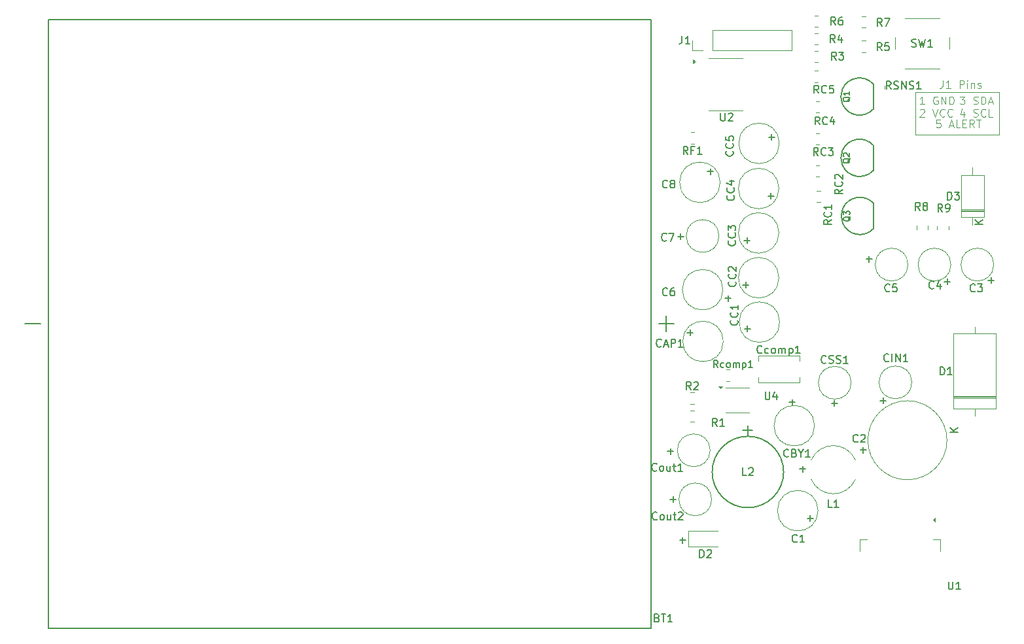
<source format=gbr>
%TF.GenerationSoftware,KiCad,Pcbnew,8.0.6*%
%TF.CreationDate,2024-12-31T14:32:05-08:00*%
%TF.ProjectId,Avionics Power Regulation Board,4176696f-6e69-4637-9320-506f77657220,3*%
%TF.SameCoordinates,Original*%
%TF.FileFunction,Legend,Top*%
%TF.FilePolarity,Positive*%
%FSLAX46Y46*%
G04 Gerber Fmt 4.6, Leading zero omitted, Abs format (unit mm)*
G04 Created by KiCad (PCBNEW 8.0.6) date 2024-12-31 14:32:05*
%MOMM*%
%LPD*%
G01*
G04 APERTURE LIST*
%ADD10C,0.100000*%
%ADD11C,0.150000*%
%ADD12C,0.120000*%
%ADD13C,0.127000*%
%ADD14C,0.152400*%
G04 APERTURE END LIST*
D10*
X136029000Y-27586000D02*
X146848000Y-27586000D01*
X146848000Y-33136000D01*
X136029000Y-33136000D01*
X136029000Y-27586000D01*
D11*
X129634779Y-49198266D02*
X130396684Y-49198266D01*
X130015731Y-49579219D02*
X130015731Y-48817314D01*
X116934779Y-41019466D02*
X117696684Y-41019466D01*
X117315731Y-41400419D02*
X117315731Y-40638514D01*
X145433579Y-51941466D02*
X146195484Y-51941466D01*
X145814531Y-52322419D02*
X145814531Y-51560514D01*
X104285579Y-80338666D02*
X105047484Y-80338666D01*
X104666531Y-80719619D02*
X104666531Y-79957714D01*
X122014779Y-82777066D02*
X122776684Y-82777066D01*
X122395731Y-83158019D02*
X122395731Y-82396114D01*
X105526779Y-85623866D02*
X106288684Y-85623866D01*
X105907731Y-86004819D02*
X105907731Y-85242914D01*
X106469979Y-58748666D02*
X107231884Y-58748666D01*
X106850931Y-59129619D02*
X106850931Y-58367714D01*
X113835979Y-46810666D02*
X114597884Y-46810666D01*
X114216931Y-47191619D02*
X114216931Y-46429714D01*
X139743979Y-52144666D02*
X140505884Y-52144666D01*
X140124931Y-52525619D02*
X140124931Y-51763714D01*
X117036379Y-33399466D02*
X117798284Y-33399466D01*
X117417331Y-33780419D02*
X117417331Y-33018514D01*
X125164379Y-67892666D02*
X125926284Y-67892666D01*
X125545331Y-68273619D02*
X125545331Y-67511714D01*
X113886779Y-58240666D02*
X114648684Y-58240666D01*
X114267731Y-58621619D02*
X114267731Y-57859714D01*
D10*
X137181193Y-29162475D02*
X136609765Y-29162475D01*
X136895479Y-29162475D02*
X136895479Y-28162475D01*
X136895479Y-28162475D02*
X136800241Y-28305332D01*
X136800241Y-28305332D02*
X136705003Y-28400570D01*
X136705003Y-28400570D02*
X136609765Y-28448189D01*
X138895479Y-28210094D02*
X138800241Y-28162475D01*
X138800241Y-28162475D02*
X138657384Y-28162475D01*
X138657384Y-28162475D02*
X138514527Y-28210094D01*
X138514527Y-28210094D02*
X138419289Y-28305332D01*
X138419289Y-28305332D02*
X138371670Y-28400570D01*
X138371670Y-28400570D02*
X138324051Y-28591046D01*
X138324051Y-28591046D02*
X138324051Y-28733903D01*
X138324051Y-28733903D02*
X138371670Y-28924379D01*
X138371670Y-28924379D02*
X138419289Y-29019617D01*
X138419289Y-29019617D02*
X138514527Y-29114856D01*
X138514527Y-29114856D02*
X138657384Y-29162475D01*
X138657384Y-29162475D02*
X138752622Y-29162475D01*
X138752622Y-29162475D02*
X138895479Y-29114856D01*
X138895479Y-29114856D02*
X138943098Y-29067236D01*
X138943098Y-29067236D02*
X138943098Y-28733903D01*
X138943098Y-28733903D02*
X138752622Y-28733903D01*
X139371670Y-29162475D02*
X139371670Y-28162475D01*
X139371670Y-28162475D02*
X139943098Y-29162475D01*
X139943098Y-29162475D02*
X139943098Y-28162475D01*
X140419289Y-29162475D02*
X140419289Y-28162475D01*
X140419289Y-28162475D02*
X140657384Y-28162475D01*
X140657384Y-28162475D02*
X140800241Y-28210094D01*
X140800241Y-28210094D02*
X140895479Y-28305332D01*
X140895479Y-28305332D02*
X140943098Y-28400570D01*
X140943098Y-28400570D02*
X140990717Y-28591046D01*
X140990717Y-28591046D02*
X140990717Y-28733903D01*
X140990717Y-28733903D02*
X140943098Y-28924379D01*
X140943098Y-28924379D02*
X140895479Y-29019617D01*
X140895479Y-29019617D02*
X140800241Y-29114856D01*
X140800241Y-29114856D02*
X140657384Y-29162475D01*
X140657384Y-29162475D02*
X140419289Y-29162475D01*
X136609765Y-29867657D02*
X136657384Y-29820038D01*
X136657384Y-29820038D02*
X136752622Y-29772419D01*
X136752622Y-29772419D02*
X136990717Y-29772419D01*
X136990717Y-29772419D02*
X137085955Y-29820038D01*
X137085955Y-29820038D02*
X137133574Y-29867657D01*
X137133574Y-29867657D02*
X137181193Y-29962895D01*
X137181193Y-29962895D02*
X137181193Y-30058133D01*
X137181193Y-30058133D02*
X137133574Y-30200990D01*
X137133574Y-30200990D02*
X136562146Y-30772419D01*
X136562146Y-30772419D02*
X137181193Y-30772419D01*
X138228813Y-29772419D02*
X138562146Y-30772419D01*
X138562146Y-30772419D02*
X138895479Y-29772419D01*
X139800241Y-30677180D02*
X139752622Y-30724800D01*
X139752622Y-30724800D02*
X139609765Y-30772419D01*
X139609765Y-30772419D02*
X139514527Y-30772419D01*
X139514527Y-30772419D02*
X139371670Y-30724800D01*
X139371670Y-30724800D02*
X139276432Y-30629561D01*
X139276432Y-30629561D02*
X139228813Y-30534323D01*
X139228813Y-30534323D02*
X139181194Y-30343847D01*
X139181194Y-30343847D02*
X139181194Y-30200990D01*
X139181194Y-30200990D02*
X139228813Y-30010514D01*
X139228813Y-30010514D02*
X139276432Y-29915276D01*
X139276432Y-29915276D02*
X139371670Y-29820038D01*
X139371670Y-29820038D02*
X139514527Y-29772419D01*
X139514527Y-29772419D02*
X139609765Y-29772419D01*
X139609765Y-29772419D02*
X139752622Y-29820038D01*
X139752622Y-29820038D02*
X139800241Y-29867657D01*
X140800241Y-30677180D02*
X140752622Y-30724800D01*
X140752622Y-30724800D02*
X140609765Y-30772419D01*
X140609765Y-30772419D02*
X140514527Y-30772419D01*
X140514527Y-30772419D02*
X140371670Y-30724800D01*
X140371670Y-30724800D02*
X140276432Y-30629561D01*
X140276432Y-30629561D02*
X140228813Y-30534323D01*
X140228813Y-30534323D02*
X140181194Y-30343847D01*
X140181194Y-30343847D02*
X140181194Y-30200990D01*
X140181194Y-30200990D02*
X140228813Y-30010514D01*
X140228813Y-30010514D02*
X140276432Y-29915276D01*
X140276432Y-29915276D02*
X140371670Y-29820038D01*
X140371670Y-29820038D02*
X140514527Y-29772419D01*
X140514527Y-29772419D02*
X140609765Y-29772419D01*
X140609765Y-29772419D02*
X140752622Y-29820038D01*
X140752622Y-29820038D02*
X140800241Y-29867657D01*
D11*
X119677979Y-67740266D02*
X120439884Y-67740266D01*
X120058931Y-68121219D02*
X120058931Y-67359314D01*
X113683579Y-52551066D02*
X114445484Y-52551066D01*
X114064531Y-52932019D02*
X114064531Y-52170114D01*
X103929979Y-74090266D02*
X104691884Y-74090266D01*
X104310931Y-74471219D02*
X104310931Y-73709314D01*
X109111579Y-37869866D02*
X109873484Y-37869866D01*
X109492531Y-38250819D02*
X109492531Y-37488914D01*
X111397579Y-54278266D02*
X112159484Y-54278266D01*
X111778531Y-54659219D02*
X111778531Y-53897314D01*
D10*
X141768146Y-28162475D02*
X142387193Y-28162475D01*
X142387193Y-28162475D02*
X142053860Y-28543427D01*
X142053860Y-28543427D02*
X142196717Y-28543427D01*
X142196717Y-28543427D02*
X142291955Y-28591046D01*
X142291955Y-28591046D02*
X142339574Y-28638665D01*
X142339574Y-28638665D02*
X142387193Y-28733903D01*
X142387193Y-28733903D02*
X142387193Y-28971998D01*
X142387193Y-28971998D02*
X142339574Y-29067236D01*
X142339574Y-29067236D02*
X142291955Y-29114856D01*
X142291955Y-29114856D02*
X142196717Y-29162475D01*
X142196717Y-29162475D02*
X141911003Y-29162475D01*
X141911003Y-29162475D02*
X141815765Y-29114856D01*
X141815765Y-29114856D02*
X141768146Y-29067236D01*
X143530051Y-29114856D02*
X143672908Y-29162475D01*
X143672908Y-29162475D02*
X143911003Y-29162475D01*
X143911003Y-29162475D02*
X144006241Y-29114856D01*
X144006241Y-29114856D02*
X144053860Y-29067236D01*
X144053860Y-29067236D02*
X144101479Y-28971998D01*
X144101479Y-28971998D02*
X144101479Y-28876760D01*
X144101479Y-28876760D02*
X144053860Y-28781522D01*
X144053860Y-28781522D02*
X144006241Y-28733903D01*
X144006241Y-28733903D02*
X143911003Y-28686284D01*
X143911003Y-28686284D02*
X143720527Y-28638665D01*
X143720527Y-28638665D02*
X143625289Y-28591046D01*
X143625289Y-28591046D02*
X143577670Y-28543427D01*
X143577670Y-28543427D02*
X143530051Y-28448189D01*
X143530051Y-28448189D02*
X143530051Y-28352951D01*
X143530051Y-28352951D02*
X143577670Y-28257713D01*
X143577670Y-28257713D02*
X143625289Y-28210094D01*
X143625289Y-28210094D02*
X143720527Y-28162475D01*
X143720527Y-28162475D02*
X143958622Y-28162475D01*
X143958622Y-28162475D02*
X144101479Y-28210094D01*
X144530051Y-29162475D02*
X144530051Y-28162475D01*
X144530051Y-28162475D02*
X144768146Y-28162475D01*
X144768146Y-28162475D02*
X144911003Y-28210094D01*
X144911003Y-28210094D02*
X145006241Y-28305332D01*
X145006241Y-28305332D02*
X145053860Y-28400570D01*
X145053860Y-28400570D02*
X145101479Y-28591046D01*
X145101479Y-28591046D02*
X145101479Y-28733903D01*
X145101479Y-28733903D02*
X145053860Y-28924379D01*
X145053860Y-28924379D02*
X145006241Y-29019617D01*
X145006241Y-29019617D02*
X144911003Y-29114856D01*
X144911003Y-29114856D02*
X144768146Y-29162475D01*
X144768146Y-29162475D02*
X144530051Y-29162475D01*
X145482432Y-28876760D02*
X145958622Y-28876760D01*
X145387194Y-29162475D02*
X145720527Y-28162475D01*
X145720527Y-28162475D02*
X146053860Y-29162475D01*
X142291955Y-30105752D02*
X142291955Y-30772419D01*
X142053860Y-29724800D02*
X141815765Y-30439085D01*
X141815765Y-30439085D02*
X142434812Y-30439085D01*
X143530051Y-30724800D02*
X143672908Y-30772419D01*
X143672908Y-30772419D02*
X143911003Y-30772419D01*
X143911003Y-30772419D02*
X144006241Y-30724800D01*
X144006241Y-30724800D02*
X144053860Y-30677180D01*
X144053860Y-30677180D02*
X144101479Y-30581942D01*
X144101479Y-30581942D02*
X144101479Y-30486704D01*
X144101479Y-30486704D02*
X144053860Y-30391466D01*
X144053860Y-30391466D02*
X144006241Y-30343847D01*
X144006241Y-30343847D02*
X143911003Y-30296228D01*
X143911003Y-30296228D02*
X143720527Y-30248609D01*
X143720527Y-30248609D02*
X143625289Y-30200990D01*
X143625289Y-30200990D02*
X143577670Y-30153371D01*
X143577670Y-30153371D02*
X143530051Y-30058133D01*
X143530051Y-30058133D02*
X143530051Y-29962895D01*
X143530051Y-29962895D02*
X143577670Y-29867657D01*
X143577670Y-29867657D02*
X143625289Y-29820038D01*
X143625289Y-29820038D02*
X143720527Y-29772419D01*
X143720527Y-29772419D02*
X143958622Y-29772419D01*
X143958622Y-29772419D02*
X144101479Y-29820038D01*
X145101479Y-30677180D02*
X145053860Y-30724800D01*
X145053860Y-30724800D02*
X144911003Y-30772419D01*
X144911003Y-30772419D02*
X144815765Y-30772419D01*
X144815765Y-30772419D02*
X144672908Y-30724800D01*
X144672908Y-30724800D02*
X144577670Y-30629561D01*
X144577670Y-30629561D02*
X144530051Y-30534323D01*
X144530051Y-30534323D02*
X144482432Y-30343847D01*
X144482432Y-30343847D02*
X144482432Y-30200990D01*
X144482432Y-30200990D02*
X144530051Y-30010514D01*
X144530051Y-30010514D02*
X144577670Y-29915276D01*
X144577670Y-29915276D02*
X144672908Y-29820038D01*
X144672908Y-29820038D02*
X144815765Y-29772419D01*
X144815765Y-29772419D02*
X144911003Y-29772419D01*
X144911003Y-29772419D02*
X145053860Y-29820038D01*
X145053860Y-29820038D02*
X145101479Y-29867657D01*
X146006241Y-30772419D02*
X145530051Y-30772419D01*
X145530051Y-30772419D02*
X145530051Y-29772419D01*
X139239574Y-31172419D02*
X138763384Y-31172419D01*
X138763384Y-31172419D02*
X138715765Y-31648609D01*
X138715765Y-31648609D02*
X138763384Y-31600990D01*
X138763384Y-31600990D02*
X138858622Y-31553371D01*
X138858622Y-31553371D02*
X139096717Y-31553371D01*
X139096717Y-31553371D02*
X139191955Y-31600990D01*
X139191955Y-31600990D02*
X139239574Y-31648609D01*
X139239574Y-31648609D02*
X139287193Y-31743847D01*
X139287193Y-31743847D02*
X139287193Y-31981942D01*
X139287193Y-31981942D02*
X139239574Y-32077180D01*
X139239574Y-32077180D02*
X139191955Y-32124800D01*
X139191955Y-32124800D02*
X139096717Y-32172419D01*
X139096717Y-32172419D02*
X138858622Y-32172419D01*
X138858622Y-32172419D02*
X138763384Y-32124800D01*
X138763384Y-32124800D02*
X138715765Y-32077180D01*
X140430051Y-31886704D02*
X140906241Y-31886704D01*
X140334813Y-32172419D02*
X140668146Y-31172419D01*
X140668146Y-31172419D02*
X141001479Y-32172419D01*
X141811003Y-32172419D02*
X141334813Y-32172419D01*
X141334813Y-32172419D02*
X141334813Y-31172419D01*
X142144337Y-31648609D02*
X142477670Y-31648609D01*
X142620527Y-32172419D02*
X142144337Y-32172419D01*
X142144337Y-32172419D02*
X142144337Y-31172419D01*
X142144337Y-31172419D02*
X142620527Y-31172419D01*
X143620527Y-32172419D02*
X143287194Y-31696228D01*
X143049099Y-32172419D02*
X143049099Y-31172419D01*
X143049099Y-31172419D02*
X143430051Y-31172419D01*
X143430051Y-31172419D02*
X143525289Y-31220038D01*
X143525289Y-31220038D02*
X143572908Y-31267657D01*
X143572908Y-31267657D02*
X143620527Y-31362895D01*
X143620527Y-31362895D02*
X143620527Y-31505752D01*
X143620527Y-31505752D02*
X143572908Y-31600990D01*
X143572908Y-31600990D02*
X143525289Y-31648609D01*
X143525289Y-31648609D02*
X143430051Y-31696228D01*
X143430051Y-31696228D02*
X143049099Y-31696228D01*
X143906242Y-31172419D02*
X144477670Y-31172419D01*
X144191956Y-32172419D02*
X144191956Y-31172419D01*
X139549098Y-26062475D02*
X139549098Y-26776760D01*
X139549098Y-26776760D02*
X139501479Y-26919617D01*
X139501479Y-26919617D02*
X139406241Y-27014856D01*
X139406241Y-27014856D02*
X139263384Y-27062475D01*
X139263384Y-27062475D02*
X139168146Y-27062475D01*
X140549098Y-27062475D02*
X139977670Y-27062475D01*
X140263384Y-27062475D02*
X140263384Y-26062475D01*
X140263384Y-26062475D02*
X140168146Y-26205332D01*
X140168146Y-26205332D02*
X140072908Y-26300570D01*
X140072908Y-26300570D02*
X139977670Y-26348189D01*
X141739575Y-27062475D02*
X141739575Y-26062475D01*
X141739575Y-26062475D02*
X142120527Y-26062475D01*
X142120527Y-26062475D02*
X142215765Y-26110094D01*
X142215765Y-26110094D02*
X142263384Y-26157713D01*
X142263384Y-26157713D02*
X142311003Y-26252951D01*
X142311003Y-26252951D02*
X142311003Y-26395808D01*
X142311003Y-26395808D02*
X142263384Y-26491046D01*
X142263384Y-26491046D02*
X142215765Y-26538665D01*
X142215765Y-26538665D02*
X142120527Y-26586284D01*
X142120527Y-26586284D02*
X141739575Y-26586284D01*
X142739575Y-27062475D02*
X142739575Y-26395808D01*
X142739575Y-26062475D02*
X142691956Y-26110094D01*
X142691956Y-26110094D02*
X142739575Y-26157713D01*
X142739575Y-26157713D02*
X142787194Y-26110094D01*
X142787194Y-26110094D02*
X142739575Y-26062475D01*
X142739575Y-26062475D02*
X142739575Y-26157713D01*
X143215765Y-26395808D02*
X143215765Y-27062475D01*
X143215765Y-26491046D02*
X143263384Y-26443427D01*
X143263384Y-26443427D02*
X143358622Y-26395808D01*
X143358622Y-26395808D02*
X143501479Y-26395808D01*
X143501479Y-26395808D02*
X143596717Y-26443427D01*
X143596717Y-26443427D02*
X143644336Y-26538665D01*
X143644336Y-26538665D02*
X143644336Y-27062475D01*
X144072908Y-27014856D02*
X144168146Y-27062475D01*
X144168146Y-27062475D02*
X144358622Y-27062475D01*
X144358622Y-27062475D02*
X144453860Y-27014856D01*
X144453860Y-27014856D02*
X144501479Y-26919617D01*
X144501479Y-26919617D02*
X144501479Y-26871998D01*
X144501479Y-26871998D02*
X144453860Y-26776760D01*
X144453860Y-26776760D02*
X144358622Y-26729141D01*
X144358622Y-26729141D02*
X144215765Y-26729141D01*
X144215765Y-26729141D02*
X144120527Y-26681522D01*
X144120527Y-26681522D02*
X144072908Y-26586284D01*
X144072908Y-26586284D02*
X144072908Y-26538665D01*
X144072908Y-26538665D02*
X144120527Y-26443427D01*
X144120527Y-26443427D02*
X144215765Y-26395808D01*
X144215765Y-26395808D02*
X144358622Y-26395808D01*
X144358622Y-26395808D02*
X144453860Y-26443427D01*
D11*
X105250779Y-46302666D02*
X106012684Y-46302666D01*
X105631731Y-46683619D02*
X105631731Y-45921714D01*
X121049579Y-76376266D02*
X121811484Y-76376266D01*
X121430531Y-76757219D02*
X121430531Y-75995314D01*
X131463579Y-67537066D02*
X132225484Y-67537066D01*
X131844531Y-67918019D02*
X131844531Y-67156114D01*
X128872779Y-73937866D02*
X129634684Y-73937866D01*
X129253731Y-74318819D02*
X129253731Y-73556914D01*
X112669580Y-46836666D02*
X112717200Y-46884285D01*
X112717200Y-46884285D02*
X112764819Y-47027142D01*
X112764819Y-47027142D02*
X112764819Y-47122380D01*
X112764819Y-47122380D02*
X112717200Y-47265237D01*
X112717200Y-47265237D02*
X112621961Y-47360475D01*
X112621961Y-47360475D02*
X112526723Y-47408094D01*
X112526723Y-47408094D02*
X112336247Y-47455713D01*
X112336247Y-47455713D02*
X112193390Y-47455713D01*
X112193390Y-47455713D02*
X112002914Y-47408094D01*
X112002914Y-47408094D02*
X111907676Y-47360475D01*
X111907676Y-47360475D02*
X111812438Y-47265237D01*
X111812438Y-47265237D02*
X111764819Y-47122380D01*
X111764819Y-47122380D02*
X111764819Y-47027142D01*
X111764819Y-47027142D02*
X111812438Y-46884285D01*
X111812438Y-46884285D02*
X111860057Y-46836666D01*
X112669580Y-45836666D02*
X112717200Y-45884285D01*
X112717200Y-45884285D02*
X112764819Y-46027142D01*
X112764819Y-46027142D02*
X112764819Y-46122380D01*
X112764819Y-46122380D02*
X112717200Y-46265237D01*
X112717200Y-46265237D02*
X112621961Y-46360475D01*
X112621961Y-46360475D02*
X112526723Y-46408094D01*
X112526723Y-46408094D02*
X112336247Y-46455713D01*
X112336247Y-46455713D02*
X112193390Y-46455713D01*
X112193390Y-46455713D02*
X112002914Y-46408094D01*
X112002914Y-46408094D02*
X111907676Y-46360475D01*
X111907676Y-46360475D02*
X111812438Y-46265237D01*
X111812438Y-46265237D02*
X111764819Y-46122380D01*
X111764819Y-46122380D02*
X111764819Y-46027142D01*
X111764819Y-46027142D02*
X111812438Y-45884285D01*
X111812438Y-45884285D02*
X111860057Y-45836666D01*
X111764819Y-45503332D02*
X111764819Y-44884285D01*
X111764819Y-44884285D02*
X112145771Y-45217618D01*
X112145771Y-45217618D02*
X112145771Y-45074761D01*
X112145771Y-45074761D02*
X112193390Y-44979523D01*
X112193390Y-44979523D02*
X112241009Y-44931904D01*
X112241009Y-44931904D02*
X112336247Y-44884285D01*
X112336247Y-44884285D02*
X112574342Y-44884285D01*
X112574342Y-44884285D02*
X112669580Y-44931904D01*
X112669580Y-44931904D02*
X112717200Y-44979523D01*
X112717200Y-44979523D02*
X112764819Y-45074761D01*
X112764819Y-45074761D02*
X112764819Y-45360475D01*
X112764819Y-45360475D02*
X112717200Y-45455713D01*
X112717200Y-45455713D02*
X112669580Y-45503332D01*
X110816795Y-30304819D02*
X110816795Y-31114342D01*
X110816795Y-31114342D02*
X110864414Y-31209580D01*
X110864414Y-31209580D02*
X110912033Y-31257200D01*
X110912033Y-31257200D02*
X111007271Y-31304819D01*
X111007271Y-31304819D02*
X111197747Y-31304819D01*
X111197747Y-31304819D02*
X111292985Y-31257200D01*
X111292985Y-31257200D02*
X111340604Y-31209580D01*
X111340604Y-31209580D02*
X111388223Y-31114342D01*
X111388223Y-31114342D02*
X111388223Y-30304819D01*
X111816795Y-30400057D02*
X111864414Y-30352438D01*
X111864414Y-30352438D02*
X111959652Y-30304819D01*
X111959652Y-30304819D02*
X112197747Y-30304819D01*
X112197747Y-30304819D02*
X112292985Y-30352438D01*
X112292985Y-30352438D02*
X112340604Y-30400057D01*
X112340604Y-30400057D02*
X112388223Y-30495295D01*
X112388223Y-30495295D02*
X112388223Y-30590533D01*
X112388223Y-30590533D02*
X112340604Y-30733390D01*
X112340604Y-30733390D02*
X111769176Y-31304819D01*
X111769176Y-31304819D02*
X112388223Y-31304819D01*
X125226333Y-81380819D02*
X124750143Y-81380819D01*
X124750143Y-81380819D02*
X124750143Y-80380819D01*
X126083476Y-81380819D02*
X125512048Y-81380819D01*
X125797762Y-81380819D02*
X125797762Y-80380819D01*
X125797762Y-80380819D02*
X125702524Y-80523676D01*
X125702524Y-80523676D02*
X125607286Y-80618914D01*
X125607286Y-80618914D02*
X125512048Y-80666533D01*
X125180819Y-44127666D02*
X124704628Y-44460999D01*
X125180819Y-44699094D02*
X124180819Y-44699094D01*
X124180819Y-44699094D02*
X124180819Y-44318142D01*
X124180819Y-44318142D02*
X124228438Y-44222904D01*
X124228438Y-44222904D02*
X124276057Y-44175285D01*
X124276057Y-44175285D02*
X124371295Y-44127666D01*
X124371295Y-44127666D02*
X124514152Y-44127666D01*
X124514152Y-44127666D02*
X124609390Y-44175285D01*
X124609390Y-44175285D02*
X124657009Y-44222904D01*
X124657009Y-44222904D02*
X124704628Y-44318142D01*
X124704628Y-44318142D02*
X124704628Y-44699094D01*
X125085580Y-43127666D02*
X125133200Y-43175285D01*
X125133200Y-43175285D02*
X125180819Y-43318142D01*
X125180819Y-43318142D02*
X125180819Y-43413380D01*
X125180819Y-43413380D02*
X125133200Y-43556237D01*
X125133200Y-43556237D02*
X125037961Y-43651475D01*
X125037961Y-43651475D02*
X124942723Y-43699094D01*
X124942723Y-43699094D02*
X124752247Y-43746713D01*
X124752247Y-43746713D02*
X124609390Y-43746713D01*
X124609390Y-43746713D02*
X124418914Y-43699094D01*
X124418914Y-43699094D02*
X124323676Y-43651475D01*
X124323676Y-43651475D02*
X124228438Y-43556237D01*
X124228438Y-43556237D02*
X124180819Y-43413380D01*
X124180819Y-43413380D02*
X124180819Y-43318142D01*
X124180819Y-43318142D02*
X124228438Y-43175285D01*
X124228438Y-43175285D02*
X124276057Y-43127666D01*
X125180819Y-42175285D02*
X125180819Y-42746713D01*
X125180819Y-42460999D02*
X124180819Y-42460999D01*
X124180819Y-42460999D02*
X124323676Y-42556237D01*
X124323676Y-42556237D02*
X124418914Y-42651475D01*
X124418914Y-42651475D02*
X124466533Y-42746713D01*
X140298095Y-90974819D02*
X140298095Y-91784342D01*
X140298095Y-91784342D02*
X140345714Y-91879580D01*
X140345714Y-91879580D02*
X140393333Y-91927200D01*
X140393333Y-91927200D02*
X140488571Y-91974819D01*
X140488571Y-91974819D02*
X140679047Y-91974819D01*
X140679047Y-91974819D02*
X140774285Y-91927200D01*
X140774285Y-91927200D02*
X140821904Y-91879580D01*
X140821904Y-91879580D02*
X140869523Y-91784342D01*
X140869523Y-91784342D02*
X140869523Y-90974819D01*
X141869523Y-91974819D02*
X141298095Y-91974819D01*
X141583809Y-91974819D02*
X141583809Y-90974819D01*
X141583809Y-90974819D02*
X141488571Y-91117676D01*
X141488571Y-91117676D02*
X141393333Y-91212914D01*
X141393333Y-91212914D02*
X141298095Y-91260533D01*
X126577819Y-40190666D02*
X126101628Y-40523999D01*
X126577819Y-40762094D02*
X125577819Y-40762094D01*
X125577819Y-40762094D02*
X125577819Y-40381142D01*
X125577819Y-40381142D02*
X125625438Y-40285904D01*
X125625438Y-40285904D02*
X125673057Y-40238285D01*
X125673057Y-40238285D02*
X125768295Y-40190666D01*
X125768295Y-40190666D02*
X125911152Y-40190666D01*
X125911152Y-40190666D02*
X126006390Y-40238285D01*
X126006390Y-40238285D02*
X126054009Y-40285904D01*
X126054009Y-40285904D02*
X126101628Y-40381142D01*
X126101628Y-40381142D02*
X126101628Y-40762094D01*
X126482580Y-39190666D02*
X126530200Y-39238285D01*
X126530200Y-39238285D02*
X126577819Y-39381142D01*
X126577819Y-39381142D02*
X126577819Y-39476380D01*
X126577819Y-39476380D02*
X126530200Y-39619237D01*
X126530200Y-39619237D02*
X126434961Y-39714475D01*
X126434961Y-39714475D02*
X126339723Y-39762094D01*
X126339723Y-39762094D02*
X126149247Y-39809713D01*
X126149247Y-39809713D02*
X126006390Y-39809713D01*
X126006390Y-39809713D02*
X125815914Y-39762094D01*
X125815914Y-39762094D02*
X125720676Y-39714475D01*
X125720676Y-39714475D02*
X125625438Y-39619237D01*
X125625438Y-39619237D02*
X125577819Y-39476380D01*
X125577819Y-39476380D02*
X125577819Y-39381142D01*
X125577819Y-39381142D02*
X125625438Y-39238285D01*
X125625438Y-39238285D02*
X125673057Y-39190666D01*
X125673057Y-38809713D02*
X125625438Y-38762094D01*
X125625438Y-38762094D02*
X125577819Y-38666856D01*
X125577819Y-38666856D02*
X125577819Y-38428761D01*
X125577819Y-38428761D02*
X125625438Y-38333523D01*
X125625438Y-38333523D02*
X125673057Y-38285904D01*
X125673057Y-38285904D02*
X125768295Y-38238285D01*
X125768295Y-38238285D02*
X125863533Y-38238285D01*
X125863533Y-38238285D02*
X126006390Y-38285904D01*
X126006390Y-38285904D02*
X126577819Y-38857332D01*
X126577819Y-38857332D02*
X126577819Y-38238285D01*
X140186905Y-41526219D02*
X140186905Y-40526219D01*
X140186905Y-40526219D02*
X140425000Y-40526219D01*
X140425000Y-40526219D02*
X140567857Y-40573838D01*
X140567857Y-40573838D02*
X140663095Y-40669076D01*
X140663095Y-40669076D02*
X140710714Y-40764314D01*
X140710714Y-40764314D02*
X140758333Y-40954790D01*
X140758333Y-40954790D02*
X140758333Y-41097647D01*
X140758333Y-41097647D02*
X140710714Y-41288123D01*
X140710714Y-41288123D02*
X140663095Y-41383361D01*
X140663095Y-41383361D02*
X140567857Y-41478600D01*
X140567857Y-41478600D02*
X140425000Y-41526219D01*
X140425000Y-41526219D02*
X140186905Y-41526219D01*
X141091667Y-40526219D02*
X141710714Y-40526219D01*
X141710714Y-40526219D02*
X141377381Y-40907171D01*
X141377381Y-40907171D02*
X141520238Y-40907171D01*
X141520238Y-40907171D02*
X141615476Y-40954790D01*
X141615476Y-40954790D02*
X141663095Y-41002409D01*
X141663095Y-41002409D02*
X141710714Y-41097647D01*
X141710714Y-41097647D02*
X141710714Y-41335742D01*
X141710714Y-41335742D02*
X141663095Y-41430980D01*
X141663095Y-41430980D02*
X141615476Y-41478600D01*
X141615476Y-41478600D02*
X141520238Y-41526219D01*
X141520238Y-41526219D02*
X141234524Y-41526219D01*
X141234524Y-41526219D02*
X141139286Y-41478600D01*
X141139286Y-41478600D02*
X141091667Y-41430980D01*
X144744819Y-44696904D02*
X143744819Y-44696904D01*
X144744819Y-44125476D02*
X144173390Y-44554047D01*
X143744819Y-44125476D02*
X144316247Y-44696904D01*
X124450952Y-62609580D02*
X124403333Y-62657200D01*
X124403333Y-62657200D02*
X124260476Y-62704819D01*
X124260476Y-62704819D02*
X124165238Y-62704819D01*
X124165238Y-62704819D02*
X124022381Y-62657200D01*
X124022381Y-62657200D02*
X123927143Y-62561961D01*
X123927143Y-62561961D02*
X123879524Y-62466723D01*
X123879524Y-62466723D02*
X123831905Y-62276247D01*
X123831905Y-62276247D02*
X123831905Y-62133390D01*
X123831905Y-62133390D02*
X123879524Y-61942914D01*
X123879524Y-61942914D02*
X123927143Y-61847676D01*
X123927143Y-61847676D02*
X124022381Y-61752438D01*
X124022381Y-61752438D02*
X124165238Y-61704819D01*
X124165238Y-61704819D02*
X124260476Y-61704819D01*
X124260476Y-61704819D02*
X124403333Y-61752438D01*
X124403333Y-61752438D02*
X124450952Y-61800057D01*
X124831905Y-62657200D02*
X124974762Y-62704819D01*
X124974762Y-62704819D02*
X125212857Y-62704819D01*
X125212857Y-62704819D02*
X125308095Y-62657200D01*
X125308095Y-62657200D02*
X125355714Y-62609580D01*
X125355714Y-62609580D02*
X125403333Y-62514342D01*
X125403333Y-62514342D02*
X125403333Y-62419104D01*
X125403333Y-62419104D02*
X125355714Y-62323866D01*
X125355714Y-62323866D02*
X125308095Y-62276247D01*
X125308095Y-62276247D02*
X125212857Y-62228628D01*
X125212857Y-62228628D02*
X125022381Y-62181009D01*
X125022381Y-62181009D02*
X124927143Y-62133390D01*
X124927143Y-62133390D02*
X124879524Y-62085771D01*
X124879524Y-62085771D02*
X124831905Y-61990533D01*
X124831905Y-61990533D02*
X124831905Y-61895295D01*
X124831905Y-61895295D02*
X124879524Y-61800057D01*
X124879524Y-61800057D02*
X124927143Y-61752438D01*
X124927143Y-61752438D02*
X125022381Y-61704819D01*
X125022381Y-61704819D02*
X125260476Y-61704819D01*
X125260476Y-61704819D02*
X125403333Y-61752438D01*
X125784286Y-62657200D02*
X125927143Y-62704819D01*
X125927143Y-62704819D02*
X126165238Y-62704819D01*
X126165238Y-62704819D02*
X126260476Y-62657200D01*
X126260476Y-62657200D02*
X126308095Y-62609580D01*
X126308095Y-62609580D02*
X126355714Y-62514342D01*
X126355714Y-62514342D02*
X126355714Y-62419104D01*
X126355714Y-62419104D02*
X126308095Y-62323866D01*
X126308095Y-62323866D02*
X126260476Y-62276247D01*
X126260476Y-62276247D02*
X126165238Y-62228628D01*
X126165238Y-62228628D02*
X125974762Y-62181009D01*
X125974762Y-62181009D02*
X125879524Y-62133390D01*
X125879524Y-62133390D02*
X125831905Y-62085771D01*
X125831905Y-62085771D02*
X125784286Y-61990533D01*
X125784286Y-61990533D02*
X125784286Y-61895295D01*
X125784286Y-61895295D02*
X125831905Y-61800057D01*
X125831905Y-61800057D02*
X125879524Y-61752438D01*
X125879524Y-61752438D02*
X125974762Y-61704819D01*
X125974762Y-61704819D02*
X126212857Y-61704819D01*
X126212857Y-61704819D02*
X126355714Y-61752438D01*
X127308095Y-62704819D02*
X126736667Y-62704819D01*
X127022381Y-62704819D02*
X127022381Y-61704819D01*
X127022381Y-61704819D02*
X126927143Y-61847676D01*
X126927143Y-61847676D02*
X126831905Y-61942914D01*
X126831905Y-61942914D02*
X126736667Y-61990533D01*
X120695833Y-85792180D02*
X120648214Y-85839800D01*
X120648214Y-85839800D02*
X120505357Y-85887419D01*
X120505357Y-85887419D02*
X120410119Y-85887419D01*
X120410119Y-85887419D02*
X120267262Y-85839800D01*
X120267262Y-85839800D02*
X120172024Y-85744561D01*
X120172024Y-85744561D02*
X120124405Y-85649323D01*
X120124405Y-85649323D02*
X120076786Y-85458847D01*
X120076786Y-85458847D02*
X120076786Y-85315990D01*
X120076786Y-85315990D02*
X120124405Y-85125514D01*
X120124405Y-85125514D02*
X120172024Y-85030276D01*
X120172024Y-85030276D02*
X120267262Y-84935038D01*
X120267262Y-84935038D02*
X120410119Y-84887419D01*
X120410119Y-84887419D02*
X120505357Y-84887419D01*
X120505357Y-84887419D02*
X120648214Y-84935038D01*
X120648214Y-84935038D02*
X120695833Y-84982657D01*
X121648214Y-85887419D02*
X121076786Y-85887419D01*
X121362500Y-85887419D02*
X121362500Y-84887419D01*
X121362500Y-84887419D02*
X121267262Y-85030276D01*
X121267262Y-85030276D02*
X121172024Y-85125514D01*
X121172024Y-85125514D02*
X121076786Y-85173133D01*
X123424333Y-35787819D02*
X123091000Y-35311628D01*
X122852905Y-35787819D02*
X122852905Y-34787819D01*
X122852905Y-34787819D02*
X123233857Y-34787819D01*
X123233857Y-34787819D02*
X123329095Y-34835438D01*
X123329095Y-34835438D02*
X123376714Y-34883057D01*
X123376714Y-34883057D02*
X123424333Y-34978295D01*
X123424333Y-34978295D02*
X123424333Y-35121152D01*
X123424333Y-35121152D02*
X123376714Y-35216390D01*
X123376714Y-35216390D02*
X123329095Y-35264009D01*
X123329095Y-35264009D02*
X123233857Y-35311628D01*
X123233857Y-35311628D02*
X122852905Y-35311628D01*
X124424333Y-35692580D02*
X124376714Y-35740200D01*
X124376714Y-35740200D02*
X124233857Y-35787819D01*
X124233857Y-35787819D02*
X124138619Y-35787819D01*
X124138619Y-35787819D02*
X123995762Y-35740200D01*
X123995762Y-35740200D02*
X123900524Y-35644961D01*
X123900524Y-35644961D02*
X123852905Y-35549723D01*
X123852905Y-35549723D02*
X123805286Y-35359247D01*
X123805286Y-35359247D02*
X123805286Y-35216390D01*
X123805286Y-35216390D02*
X123852905Y-35025914D01*
X123852905Y-35025914D02*
X123900524Y-34930676D01*
X123900524Y-34930676D02*
X123995762Y-34835438D01*
X123995762Y-34835438D02*
X124138619Y-34787819D01*
X124138619Y-34787819D02*
X124233857Y-34787819D01*
X124233857Y-34787819D02*
X124376714Y-34835438D01*
X124376714Y-34835438D02*
X124424333Y-34883057D01*
X124757667Y-34787819D02*
X125376714Y-34787819D01*
X125376714Y-34787819D02*
X125043381Y-35168771D01*
X125043381Y-35168771D02*
X125186238Y-35168771D01*
X125186238Y-35168771D02*
X125281476Y-35216390D01*
X125281476Y-35216390D02*
X125329095Y-35264009D01*
X125329095Y-35264009D02*
X125376714Y-35359247D01*
X125376714Y-35359247D02*
X125376714Y-35597342D01*
X125376714Y-35597342D02*
X125329095Y-35692580D01*
X125329095Y-35692580D02*
X125281476Y-35740200D01*
X125281476Y-35740200D02*
X125186238Y-35787819D01*
X125186238Y-35787819D02*
X124900524Y-35787819D01*
X124900524Y-35787819D02*
X124805286Y-35740200D01*
X124805286Y-35740200D02*
X124757667Y-35692580D01*
X132687333Y-53345580D02*
X132639714Y-53393200D01*
X132639714Y-53393200D02*
X132496857Y-53440819D01*
X132496857Y-53440819D02*
X132401619Y-53440819D01*
X132401619Y-53440819D02*
X132258762Y-53393200D01*
X132258762Y-53393200D02*
X132163524Y-53297961D01*
X132163524Y-53297961D02*
X132115905Y-53202723D01*
X132115905Y-53202723D02*
X132068286Y-53012247D01*
X132068286Y-53012247D02*
X132068286Y-52869390D01*
X132068286Y-52869390D02*
X132115905Y-52678914D01*
X132115905Y-52678914D02*
X132163524Y-52583676D01*
X132163524Y-52583676D02*
X132258762Y-52488438D01*
X132258762Y-52488438D02*
X132401619Y-52440819D01*
X132401619Y-52440819D02*
X132496857Y-52440819D01*
X132496857Y-52440819D02*
X132639714Y-52488438D01*
X132639714Y-52488438D02*
X132687333Y-52536057D01*
X133592095Y-52440819D02*
X133115905Y-52440819D01*
X133115905Y-52440819D02*
X133068286Y-52917009D01*
X133068286Y-52917009D02*
X133115905Y-52869390D01*
X133115905Y-52869390D02*
X133211143Y-52821771D01*
X133211143Y-52821771D02*
X133449238Y-52821771D01*
X133449238Y-52821771D02*
X133544476Y-52869390D01*
X133544476Y-52869390D02*
X133592095Y-52917009D01*
X133592095Y-52917009D02*
X133639714Y-53012247D01*
X133639714Y-53012247D02*
X133639714Y-53250342D01*
X133639714Y-53250342D02*
X133592095Y-53345580D01*
X133592095Y-53345580D02*
X133544476Y-53393200D01*
X133544476Y-53393200D02*
X133449238Y-53440819D01*
X133449238Y-53440819D02*
X133211143Y-53440819D01*
X133211143Y-53440819D02*
X133115905Y-53393200D01*
X133115905Y-53393200D02*
X133068286Y-53345580D01*
X112979580Y-57126666D02*
X113027200Y-57174285D01*
X113027200Y-57174285D02*
X113074819Y-57317142D01*
X113074819Y-57317142D02*
X113074819Y-57412380D01*
X113074819Y-57412380D02*
X113027200Y-57555237D01*
X113027200Y-57555237D02*
X112931961Y-57650475D01*
X112931961Y-57650475D02*
X112836723Y-57698094D01*
X112836723Y-57698094D02*
X112646247Y-57745713D01*
X112646247Y-57745713D02*
X112503390Y-57745713D01*
X112503390Y-57745713D02*
X112312914Y-57698094D01*
X112312914Y-57698094D02*
X112217676Y-57650475D01*
X112217676Y-57650475D02*
X112122438Y-57555237D01*
X112122438Y-57555237D02*
X112074819Y-57412380D01*
X112074819Y-57412380D02*
X112074819Y-57317142D01*
X112074819Y-57317142D02*
X112122438Y-57174285D01*
X112122438Y-57174285D02*
X112170057Y-57126666D01*
X112979580Y-56126666D02*
X113027200Y-56174285D01*
X113027200Y-56174285D02*
X113074819Y-56317142D01*
X113074819Y-56317142D02*
X113074819Y-56412380D01*
X113074819Y-56412380D02*
X113027200Y-56555237D01*
X113027200Y-56555237D02*
X112931961Y-56650475D01*
X112931961Y-56650475D02*
X112836723Y-56698094D01*
X112836723Y-56698094D02*
X112646247Y-56745713D01*
X112646247Y-56745713D02*
X112503390Y-56745713D01*
X112503390Y-56745713D02*
X112312914Y-56698094D01*
X112312914Y-56698094D02*
X112217676Y-56650475D01*
X112217676Y-56650475D02*
X112122438Y-56555237D01*
X112122438Y-56555237D02*
X112074819Y-56412380D01*
X112074819Y-56412380D02*
X112074819Y-56317142D01*
X112074819Y-56317142D02*
X112122438Y-56174285D01*
X112122438Y-56174285D02*
X112170057Y-56126666D01*
X113074819Y-55174285D02*
X113074819Y-55745713D01*
X113074819Y-55459999D02*
X112074819Y-55459999D01*
X112074819Y-55459999D02*
X112217676Y-55555237D01*
X112217676Y-55555237D02*
X112312914Y-55650475D01*
X112312914Y-55650475D02*
X112360533Y-55745713D01*
X102604285Y-95665209D02*
X102747142Y-95712828D01*
X102747142Y-95712828D02*
X102794761Y-95760447D01*
X102794761Y-95760447D02*
X102842380Y-95855685D01*
X102842380Y-95855685D02*
X102842380Y-95998542D01*
X102842380Y-95998542D02*
X102794761Y-96093780D01*
X102794761Y-96093780D02*
X102747142Y-96141400D01*
X102747142Y-96141400D02*
X102651904Y-96189019D01*
X102651904Y-96189019D02*
X102270952Y-96189019D01*
X102270952Y-96189019D02*
X102270952Y-95189019D01*
X102270952Y-95189019D02*
X102604285Y-95189019D01*
X102604285Y-95189019D02*
X102699523Y-95236638D01*
X102699523Y-95236638D02*
X102747142Y-95284257D01*
X102747142Y-95284257D02*
X102794761Y-95379495D01*
X102794761Y-95379495D02*
X102794761Y-95474733D01*
X102794761Y-95474733D02*
X102747142Y-95569971D01*
X102747142Y-95569971D02*
X102699523Y-95617590D01*
X102699523Y-95617590D02*
X102604285Y-95665209D01*
X102604285Y-95665209D02*
X102270952Y-95665209D01*
X103128095Y-95189019D02*
X103699523Y-95189019D01*
X103413809Y-96189019D02*
X103413809Y-95189019D01*
X104556666Y-96189019D02*
X103985238Y-96189019D01*
X104270952Y-96189019D02*
X104270952Y-95189019D01*
X104270952Y-95189019D02*
X104175714Y-95331876D01*
X104175714Y-95331876D02*
X104080476Y-95427114D01*
X104080476Y-95427114D02*
X103985238Y-95474733D01*
X125613333Y-21154819D02*
X125280000Y-20678628D01*
X125041905Y-21154819D02*
X125041905Y-20154819D01*
X125041905Y-20154819D02*
X125422857Y-20154819D01*
X125422857Y-20154819D02*
X125518095Y-20202438D01*
X125518095Y-20202438D02*
X125565714Y-20250057D01*
X125565714Y-20250057D02*
X125613333Y-20345295D01*
X125613333Y-20345295D02*
X125613333Y-20488152D01*
X125613333Y-20488152D02*
X125565714Y-20583390D01*
X125565714Y-20583390D02*
X125518095Y-20631009D01*
X125518095Y-20631009D02*
X125422857Y-20678628D01*
X125422857Y-20678628D02*
X125041905Y-20678628D01*
X126470476Y-20488152D02*
X126470476Y-21154819D01*
X126232381Y-20107200D02*
X125994286Y-20821485D01*
X125994286Y-20821485D02*
X126613333Y-20821485D01*
X103913333Y-39899580D02*
X103865714Y-39947200D01*
X103865714Y-39947200D02*
X103722857Y-39994819D01*
X103722857Y-39994819D02*
X103627619Y-39994819D01*
X103627619Y-39994819D02*
X103484762Y-39947200D01*
X103484762Y-39947200D02*
X103389524Y-39851961D01*
X103389524Y-39851961D02*
X103341905Y-39756723D01*
X103341905Y-39756723D02*
X103294286Y-39566247D01*
X103294286Y-39566247D02*
X103294286Y-39423390D01*
X103294286Y-39423390D02*
X103341905Y-39232914D01*
X103341905Y-39232914D02*
X103389524Y-39137676D01*
X103389524Y-39137676D02*
X103484762Y-39042438D01*
X103484762Y-39042438D02*
X103627619Y-38994819D01*
X103627619Y-38994819D02*
X103722857Y-38994819D01*
X103722857Y-38994819D02*
X103865714Y-39042438D01*
X103865714Y-39042438D02*
X103913333Y-39090057D01*
X104484762Y-39423390D02*
X104389524Y-39375771D01*
X104389524Y-39375771D02*
X104341905Y-39328152D01*
X104341905Y-39328152D02*
X104294286Y-39232914D01*
X104294286Y-39232914D02*
X104294286Y-39185295D01*
X104294286Y-39185295D02*
X104341905Y-39090057D01*
X104341905Y-39090057D02*
X104389524Y-39042438D01*
X104389524Y-39042438D02*
X104484762Y-38994819D01*
X104484762Y-38994819D02*
X104675238Y-38994819D01*
X104675238Y-38994819D02*
X104770476Y-39042438D01*
X104770476Y-39042438D02*
X104818095Y-39090057D01*
X104818095Y-39090057D02*
X104865714Y-39185295D01*
X104865714Y-39185295D02*
X104865714Y-39232914D01*
X104865714Y-39232914D02*
X104818095Y-39328152D01*
X104818095Y-39328152D02*
X104770476Y-39375771D01*
X104770476Y-39375771D02*
X104675238Y-39423390D01*
X104675238Y-39423390D02*
X104484762Y-39423390D01*
X104484762Y-39423390D02*
X104389524Y-39471009D01*
X104389524Y-39471009D02*
X104341905Y-39518628D01*
X104341905Y-39518628D02*
X104294286Y-39613866D01*
X104294286Y-39613866D02*
X104294286Y-39804342D01*
X104294286Y-39804342D02*
X104341905Y-39899580D01*
X104341905Y-39899580D02*
X104389524Y-39947200D01*
X104389524Y-39947200D02*
X104484762Y-39994819D01*
X104484762Y-39994819D02*
X104675238Y-39994819D01*
X104675238Y-39994819D02*
X104770476Y-39947200D01*
X104770476Y-39947200D02*
X104818095Y-39899580D01*
X104818095Y-39899580D02*
X104865714Y-39804342D01*
X104865714Y-39804342D02*
X104865714Y-39613866D01*
X104865714Y-39613866D02*
X104818095Y-39518628D01*
X104818095Y-39518628D02*
X104770476Y-39471009D01*
X104770476Y-39471009D02*
X104675238Y-39423390D01*
X110469999Y-63218557D02*
X110169999Y-62789985D01*
X109955713Y-63218557D02*
X109955713Y-62318557D01*
X109955713Y-62318557D02*
X110298570Y-62318557D01*
X110298570Y-62318557D02*
X110384285Y-62361414D01*
X110384285Y-62361414D02*
X110427142Y-62404271D01*
X110427142Y-62404271D02*
X110469999Y-62489985D01*
X110469999Y-62489985D02*
X110469999Y-62618557D01*
X110469999Y-62618557D02*
X110427142Y-62704271D01*
X110427142Y-62704271D02*
X110384285Y-62747128D01*
X110384285Y-62747128D02*
X110298570Y-62789985D01*
X110298570Y-62789985D02*
X109955713Y-62789985D01*
X111241428Y-63175700D02*
X111155713Y-63218557D01*
X111155713Y-63218557D02*
X110984285Y-63218557D01*
X110984285Y-63218557D02*
X110898570Y-63175700D01*
X110898570Y-63175700D02*
X110855713Y-63132842D01*
X110855713Y-63132842D02*
X110812856Y-63047128D01*
X110812856Y-63047128D02*
X110812856Y-62789985D01*
X110812856Y-62789985D02*
X110855713Y-62704271D01*
X110855713Y-62704271D02*
X110898570Y-62661414D01*
X110898570Y-62661414D02*
X110984285Y-62618557D01*
X110984285Y-62618557D02*
X111155713Y-62618557D01*
X111155713Y-62618557D02*
X111241428Y-62661414D01*
X111755714Y-63218557D02*
X111669999Y-63175700D01*
X111669999Y-63175700D02*
X111627142Y-63132842D01*
X111627142Y-63132842D02*
X111584285Y-63047128D01*
X111584285Y-63047128D02*
X111584285Y-62789985D01*
X111584285Y-62789985D02*
X111627142Y-62704271D01*
X111627142Y-62704271D02*
X111669999Y-62661414D01*
X111669999Y-62661414D02*
X111755714Y-62618557D01*
X111755714Y-62618557D02*
X111884285Y-62618557D01*
X111884285Y-62618557D02*
X111969999Y-62661414D01*
X111969999Y-62661414D02*
X112012857Y-62704271D01*
X112012857Y-62704271D02*
X112055714Y-62789985D01*
X112055714Y-62789985D02*
X112055714Y-63047128D01*
X112055714Y-63047128D02*
X112012857Y-63132842D01*
X112012857Y-63132842D02*
X111969999Y-63175700D01*
X111969999Y-63175700D02*
X111884285Y-63218557D01*
X111884285Y-63218557D02*
X111755714Y-63218557D01*
X112441428Y-63218557D02*
X112441428Y-62618557D01*
X112441428Y-62704271D02*
X112484285Y-62661414D01*
X112484285Y-62661414D02*
X112570000Y-62618557D01*
X112570000Y-62618557D02*
X112698571Y-62618557D01*
X112698571Y-62618557D02*
X112784285Y-62661414D01*
X112784285Y-62661414D02*
X112827143Y-62747128D01*
X112827143Y-62747128D02*
X112827143Y-63218557D01*
X112827143Y-62747128D02*
X112870000Y-62661414D01*
X112870000Y-62661414D02*
X112955714Y-62618557D01*
X112955714Y-62618557D02*
X113084285Y-62618557D01*
X113084285Y-62618557D02*
X113170000Y-62661414D01*
X113170000Y-62661414D02*
X113212857Y-62747128D01*
X113212857Y-62747128D02*
X113212857Y-63218557D01*
X113641428Y-62618557D02*
X113641428Y-63518557D01*
X113641428Y-62661414D02*
X113727143Y-62618557D01*
X113727143Y-62618557D02*
X113898571Y-62618557D01*
X113898571Y-62618557D02*
X113984285Y-62661414D01*
X113984285Y-62661414D02*
X114027143Y-62704271D01*
X114027143Y-62704271D02*
X114070000Y-62789985D01*
X114070000Y-62789985D02*
X114070000Y-63047128D01*
X114070000Y-63047128D02*
X114027143Y-63132842D01*
X114027143Y-63132842D02*
X113984285Y-63175700D01*
X113984285Y-63175700D02*
X113898571Y-63218557D01*
X113898571Y-63218557D02*
X113727143Y-63218557D01*
X113727143Y-63218557D02*
X113641428Y-63175700D01*
X114927143Y-63218557D02*
X114412857Y-63218557D01*
X114670000Y-63218557D02*
X114670000Y-62318557D01*
X114670000Y-62318557D02*
X114584286Y-62447128D01*
X114584286Y-62447128D02*
X114498571Y-62532842D01*
X114498571Y-62532842D02*
X114412857Y-62575700D01*
X106586261Y-35626219D02*
X106252928Y-35150028D01*
X106014833Y-35626219D02*
X106014833Y-34626219D01*
X106014833Y-34626219D02*
X106395785Y-34626219D01*
X106395785Y-34626219D02*
X106491023Y-34673838D01*
X106491023Y-34673838D02*
X106538642Y-34721457D01*
X106538642Y-34721457D02*
X106586261Y-34816695D01*
X106586261Y-34816695D02*
X106586261Y-34959552D01*
X106586261Y-34959552D02*
X106538642Y-35054790D01*
X106538642Y-35054790D02*
X106491023Y-35102409D01*
X106491023Y-35102409D02*
X106395785Y-35150028D01*
X106395785Y-35150028D02*
X106014833Y-35150028D01*
X107348166Y-35102409D02*
X107014833Y-35102409D01*
X107014833Y-35626219D02*
X107014833Y-34626219D01*
X107014833Y-34626219D02*
X107491023Y-34626219D01*
X108395785Y-35626219D02*
X107824357Y-35626219D01*
X108110071Y-35626219D02*
X108110071Y-34626219D01*
X108110071Y-34626219D02*
X108014833Y-34769076D01*
X108014833Y-34769076D02*
X107919595Y-34864314D01*
X107919595Y-34864314D02*
X107824357Y-34911933D01*
X128573333Y-72829580D02*
X128525714Y-72877200D01*
X128525714Y-72877200D02*
X128382857Y-72924819D01*
X128382857Y-72924819D02*
X128287619Y-72924819D01*
X128287619Y-72924819D02*
X128144762Y-72877200D01*
X128144762Y-72877200D02*
X128049524Y-72781961D01*
X128049524Y-72781961D02*
X128001905Y-72686723D01*
X128001905Y-72686723D02*
X127954286Y-72496247D01*
X127954286Y-72496247D02*
X127954286Y-72353390D01*
X127954286Y-72353390D02*
X128001905Y-72162914D01*
X128001905Y-72162914D02*
X128049524Y-72067676D01*
X128049524Y-72067676D02*
X128144762Y-71972438D01*
X128144762Y-71972438D02*
X128287619Y-71924819D01*
X128287619Y-71924819D02*
X128382857Y-71924819D01*
X128382857Y-71924819D02*
X128525714Y-71972438D01*
X128525714Y-71972438D02*
X128573333Y-72020057D01*
X128954286Y-72020057D02*
X129001905Y-71972438D01*
X129001905Y-71972438D02*
X129097143Y-71924819D01*
X129097143Y-71924819D02*
X129335238Y-71924819D01*
X129335238Y-71924819D02*
X129430476Y-71972438D01*
X129430476Y-71972438D02*
X129478095Y-72020057D01*
X129478095Y-72020057D02*
X129525714Y-72115295D01*
X129525714Y-72115295D02*
X129525714Y-72210533D01*
X129525714Y-72210533D02*
X129478095Y-72353390D01*
X129478095Y-72353390D02*
X128906667Y-72924819D01*
X128906667Y-72924819D02*
X129525714Y-72924819D01*
X110335333Y-70839819D02*
X110002000Y-70363628D01*
X109763905Y-70839819D02*
X109763905Y-69839819D01*
X109763905Y-69839819D02*
X110144857Y-69839819D01*
X110144857Y-69839819D02*
X110240095Y-69887438D01*
X110240095Y-69887438D02*
X110287714Y-69935057D01*
X110287714Y-69935057D02*
X110335333Y-70030295D01*
X110335333Y-70030295D02*
X110335333Y-70173152D01*
X110335333Y-70173152D02*
X110287714Y-70268390D01*
X110287714Y-70268390D02*
X110240095Y-70316009D01*
X110240095Y-70316009D02*
X110144857Y-70363628D01*
X110144857Y-70363628D02*
X109763905Y-70363628D01*
X111287714Y-70839819D02*
X110716286Y-70839819D01*
X111002000Y-70839819D02*
X111002000Y-69839819D01*
X111002000Y-69839819D02*
X110906762Y-69982676D01*
X110906762Y-69982676D02*
X110811524Y-70077914D01*
X110811524Y-70077914D02*
X110716286Y-70125533D01*
X123614833Y-31776219D02*
X123281500Y-31300028D01*
X123043405Y-31776219D02*
X123043405Y-30776219D01*
X123043405Y-30776219D02*
X123424357Y-30776219D01*
X123424357Y-30776219D02*
X123519595Y-30823838D01*
X123519595Y-30823838D02*
X123567214Y-30871457D01*
X123567214Y-30871457D02*
X123614833Y-30966695D01*
X123614833Y-30966695D02*
X123614833Y-31109552D01*
X123614833Y-31109552D02*
X123567214Y-31204790D01*
X123567214Y-31204790D02*
X123519595Y-31252409D01*
X123519595Y-31252409D02*
X123424357Y-31300028D01*
X123424357Y-31300028D02*
X123043405Y-31300028D01*
X124614833Y-31680980D02*
X124567214Y-31728600D01*
X124567214Y-31728600D02*
X124424357Y-31776219D01*
X124424357Y-31776219D02*
X124329119Y-31776219D01*
X124329119Y-31776219D02*
X124186262Y-31728600D01*
X124186262Y-31728600D02*
X124091024Y-31633361D01*
X124091024Y-31633361D02*
X124043405Y-31538123D01*
X124043405Y-31538123D02*
X123995786Y-31347647D01*
X123995786Y-31347647D02*
X123995786Y-31204790D01*
X123995786Y-31204790D02*
X124043405Y-31014314D01*
X124043405Y-31014314D02*
X124091024Y-30919076D01*
X124091024Y-30919076D02*
X124186262Y-30823838D01*
X124186262Y-30823838D02*
X124329119Y-30776219D01*
X124329119Y-30776219D02*
X124424357Y-30776219D01*
X124424357Y-30776219D02*
X124567214Y-30823838D01*
X124567214Y-30823838D02*
X124614833Y-30871457D01*
X125471976Y-31109552D02*
X125471976Y-31776219D01*
X125233881Y-30728600D02*
X124995786Y-31442885D01*
X124995786Y-31442885D02*
X125614833Y-31442885D01*
X123503333Y-27714819D02*
X123170000Y-27238628D01*
X122931905Y-27714819D02*
X122931905Y-26714819D01*
X122931905Y-26714819D02*
X123312857Y-26714819D01*
X123312857Y-26714819D02*
X123408095Y-26762438D01*
X123408095Y-26762438D02*
X123455714Y-26810057D01*
X123455714Y-26810057D02*
X123503333Y-26905295D01*
X123503333Y-26905295D02*
X123503333Y-27048152D01*
X123503333Y-27048152D02*
X123455714Y-27143390D01*
X123455714Y-27143390D02*
X123408095Y-27191009D01*
X123408095Y-27191009D02*
X123312857Y-27238628D01*
X123312857Y-27238628D02*
X122931905Y-27238628D01*
X124503333Y-27619580D02*
X124455714Y-27667200D01*
X124455714Y-27667200D02*
X124312857Y-27714819D01*
X124312857Y-27714819D02*
X124217619Y-27714819D01*
X124217619Y-27714819D02*
X124074762Y-27667200D01*
X124074762Y-27667200D02*
X123979524Y-27571961D01*
X123979524Y-27571961D02*
X123931905Y-27476723D01*
X123931905Y-27476723D02*
X123884286Y-27286247D01*
X123884286Y-27286247D02*
X123884286Y-27143390D01*
X123884286Y-27143390D02*
X123931905Y-26952914D01*
X123931905Y-26952914D02*
X123979524Y-26857676D01*
X123979524Y-26857676D02*
X124074762Y-26762438D01*
X124074762Y-26762438D02*
X124217619Y-26714819D01*
X124217619Y-26714819D02*
X124312857Y-26714819D01*
X124312857Y-26714819D02*
X124455714Y-26762438D01*
X124455714Y-26762438D02*
X124503333Y-26810057D01*
X125408095Y-26714819D02*
X124931905Y-26714819D01*
X124931905Y-26714819D02*
X124884286Y-27191009D01*
X124884286Y-27191009D02*
X124931905Y-27143390D01*
X124931905Y-27143390D02*
X125027143Y-27095771D01*
X125027143Y-27095771D02*
X125265238Y-27095771D01*
X125265238Y-27095771D02*
X125360476Y-27143390D01*
X125360476Y-27143390D02*
X125408095Y-27191009D01*
X125408095Y-27191009D02*
X125455714Y-27286247D01*
X125455714Y-27286247D02*
X125455714Y-27524342D01*
X125455714Y-27524342D02*
X125408095Y-27619580D01*
X125408095Y-27619580D02*
X125360476Y-27667200D01*
X125360476Y-27667200D02*
X125265238Y-27714819D01*
X125265238Y-27714819D02*
X125027143Y-27714819D01*
X125027143Y-27714819D02*
X124931905Y-27667200D01*
X124931905Y-27667200D02*
X124884286Y-27619580D01*
X127568985Y-28237590D02*
X127530890Y-28313780D01*
X127530890Y-28313780D02*
X127454700Y-28389971D01*
X127454700Y-28389971D02*
X127340414Y-28504257D01*
X127340414Y-28504257D02*
X127302319Y-28580447D01*
X127302319Y-28580447D02*
X127302319Y-28656638D01*
X127492795Y-28618542D02*
X127454700Y-28694733D01*
X127454700Y-28694733D02*
X127378509Y-28770923D01*
X127378509Y-28770923D02*
X127226128Y-28809019D01*
X127226128Y-28809019D02*
X126959461Y-28809019D01*
X126959461Y-28809019D02*
X126807080Y-28770923D01*
X126807080Y-28770923D02*
X126730890Y-28694733D01*
X126730890Y-28694733D02*
X126692795Y-28618542D01*
X126692795Y-28618542D02*
X126692795Y-28466161D01*
X126692795Y-28466161D02*
X126730890Y-28389971D01*
X126730890Y-28389971D02*
X126807080Y-28313780D01*
X126807080Y-28313780D02*
X126959461Y-28275685D01*
X126959461Y-28275685D02*
X127226128Y-28275685D01*
X127226128Y-28275685D02*
X127378509Y-28313780D01*
X127378509Y-28313780D02*
X127454700Y-28389971D01*
X127454700Y-28389971D02*
X127492795Y-28466161D01*
X127492795Y-28466161D02*
X127492795Y-28618542D01*
X127492795Y-27513781D02*
X127492795Y-27970924D01*
X127492795Y-27742352D02*
X126692795Y-27742352D01*
X126692795Y-27742352D02*
X126807080Y-27818543D01*
X126807080Y-27818543D02*
X126883271Y-27894733D01*
X126883271Y-27894733D02*
X126921366Y-27970924D01*
X127577485Y-36171190D02*
X127539390Y-36247380D01*
X127539390Y-36247380D02*
X127463200Y-36323571D01*
X127463200Y-36323571D02*
X127348914Y-36437857D01*
X127348914Y-36437857D02*
X127310819Y-36514047D01*
X127310819Y-36514047D02*
X127310819Y-36590238D01*
X127501295Y-36552142D02*
X127463200Y-36628333D01*
X127463200Y-36628333D02*
X127387009Y-36704523D01*
X127387009Y-36704523D02*
X127234628Y-36742619D01*
X127234628Y-36742619D02*
X126967961Y-36742619D01*
X126967961Y-36742619D02*
X126815580Y-36704523D01*
X126815580Y-36704523D02*
X126739390Y-36628333D01*
X126739390Y-36628333D02*
X126701295Y-36552142D01*
X126701295Y-36552142D02*
X126701295Y-36399761D01*
X126701295Y-36399761D02*
X126739390Y-36323571D01*
X126739390Y-36323571D02*
X126815580Y-36247380D01*
X126815580Y-36247380D02*
X126967961Y-36209285D01*
X126967961Y-36209285D02*
X127234628Y-36209285D01*
X127234628Y-36209285D02*
X127387009Y-36247380D01*
X127387009Y-36247380D02*
X127463200Y-36323571D01*
X127463200Y-36323571D02*
X127501295Y-36399761D01*
X127501295Y-36399761D02*
X127501295Y-36552142D01*
X126777485Y-35904524D02*
X126739390Y-35866428D01*
X126739390Y-35866428D02*
X126701295Y-35790238D01*
X126701295Y-35790238D02*
X126701295Y-35599762D01*
X126701295Y-35599762D02*
X126739390Y-35523571D01*
X126739390Y-35523571D02*
X126777485Y-35485476D01*
X126777485Y-35485476D02*
X126853676Y-35447381D01*
X126853676Y-35447381D02*
X126929866Y-35447381D01*
X126929866Y-35447381D02*
X127044152Y-35485476D01*
X127044152Y-35485476D02*
X127501295Y-35942619D01*
X127501295Y-35942619D02*
X127501295Y-35447381D01*
X102582856Y-82879580D02*
X102535237Y-82927200D01*
X102535237Y-82927200D02*
X102392380Y-82974819D01*
X102392380Y-82974819D02*
X102297142Y-82974819D01*
X102297142Y-82974819D02*
X102154285Y-82927200D01*
X102154285Y-82927200D02*
X102059047Y-82831961D01*
X102059047Y-82831961D02*
X102011428Y-82736723D01*
X102011428Y-82736723D02*
X101963809Y-82546247D01*
X101963809Y-82546247D02*
X101963809Y-82403390D01*
X101963809Y-82403390D02*
X102011428Y-82212914D01*
X102011428Y-82212914D02*
X102059047Y-82117676D01*
X102059047Y-82117676D02*
X102154285Y-82022438D01*
X102154285Y-82022438D02*
X102297142Y-81974819D01*
X102297142Y-81974819D02*
X102392380Y-81974819D01*
X102392380Y-81974819D02*
X102535237Y-82022438D01*
X102535237Y-82022438D02*
X102582856Y-82070057D01*
X103154285Y-82974819D02*
X103059047Y-82927200D01*
X103059047Y-82927200D02*
X103011428Y-82879580D01*
X103011428Y-82879580D02*
X102963809Y-82784342D01*
X102963809Y-82784342D02*
X102963809Y-82498628D01*
X102963809Y-82498628D02*
X103011428Y-82403390D01*
X103011428Y-82403390D02*
X103059047Y-82355771D01*
X103059047Y-82355771D02*
X103154285Y-82308152D01*
X103154285Y-82308152D02*
X103297142Y-82308152D01*
X103297142Y-82308152D02*
X103392380Y-82355771D01*
X103392380Y-82355771D02*
X103439999Y-82403390D01*
X103439999Y-82403390D02*
X103487618Y-82498628D01*
X103487618Y-82498628D02*
X103487618Y-82784342D01*
X103487618Y-82784342D02*
X103439999Y-82879580D01*
X103439999Y-82879580D02*
X103392380Y-82927200D01*
X103392380Y-82927200D02*
X103297142Y-82974819D01*
X103297142Y-82974819D02*
X103154285Y-82974819D01*
X104344761Y-82308152D02*
X104344761Y-82974819D01*
X103916190Y-82308152D02*
X103916190Y-82831961D01*
X103916190Y-82831961D02*
X103963809Y-82927200D01*
X103963809Y-82927200D02*
X104059047Y-82974819D01*
X104059047Y-82974819D02*
X104201904Y-82974819D01*
X104201904Y-82974819D02*
X104297142Y-82927200D01*
X104297142Y-82927200D02*
X104344761Y-82879580D01*
X104678095Y-82308152D02*
X105059047Y-82308152D01*
X104820952Y-81974819D02*
X104820952Y-82831961D01*
X104820952Y-82831961D02*
X104868571Y-82927200D01*
X104868571Y-82927200D02*
X104963809Y-82974819D01*
X104963809Y-82974819D02*
X105059047Y-82974819D01*
X105344762Y-82070057D02*
X105392381Y-82022438D01*
X105392381Y-82022438D02*
X105487619Y-81974819D01*
X105487619Y-81974819D02*
X105725714Y-81974819D01*
X105725714Y-81974819D02*
X105820952Y-82022438D01*
X105820952Y-82022438D02*
X105868571Y-82070057D01*
X105868571Y-82070057D02*
X105916190Y-82165295D01*
X105916190Y-82165295D02*
X105916190Y-82260533D01*
X105916190Y-82260533D02*
X105868571Y-82403390D01*
X105868571Y-82403390D02*
X105297143Y-82974819D01*
X105297143Y-82974819D02*
X105916190Y-82974819D01*
X143736333Y-53345580D02*
X143688714Y-53393200D01*
X143688714Y-53393200D02*
X143545857Y-53440819D01*
X143545857Y-53440819D02*
X143450619Y-53440819D01*
X143450619Y-53440819D02*
X143307762Y-53393200D01*
X143307762Y-53393200D02*
X143212524Y-53297961D01*
X143212524Y-53297961D02*
X143164905Y-53202723D01*
X143164905Y-53202723D02*
X143117286Y-53012247D01*
X143117286Y-53012247D02*
X143117286Y-52869390D01*
X143117286Y-52869390D02*
X143164905Y-52678914D01*
X143164905Y-52678914D02*
X143212524Y-52583676D01*
X143212524Y-52583676D02*
X143307762Y-52488438D01*
X143307762Y-52488438D02*
X143450619Y-52440819D01*
X143450619Y-52440819D02*
X143545857Y-52440819D01*
X143545857Y-52440819D02*
X143688714Y-52488438D01*
X143688714Y-52488438D02*
X143736333Y-52536057D01*
X144069667Y-52440819D02*
X144688714Y-52440819D01*
X144688714Y-52440819D02*
X144355381Y-52821771D01*
X144355381Y-52821771D02*
X144498238Y-52821771D01*
X144498238Y-52821771D02*
X144593476Y-52869390D01*
X144593476Y-52869390D02*
X144641095Y-52917009D01*
X144641095Y-52917009D02*
X144688714Y-53012247D01*
X144688714Y-53012247D02*
X144688714Y-53250342D01*
X144688714Y-53250342D02*
X144641095Y-53345580D01*
X144641095Y-53345580D02*
X144593476Y-53393200D01*
X144593476Y-53393200D02*
X144498238Y-53440819D01*
X144498238Y-53440819D02*
X144212524Y-53440819D01*
X144212524Y-53440819D02*
X144117286Y-53393200D01*
X144117286Y-53393200D02*
X144069667Y-53345580D01*
X114173333Y-77235419D02*
X113697143Y-77235419D01*
X113697143Y-77235419D02*
X113697143Y-76235419D01*
X114459048Y-76330657D02*
X114506667Y-76283038D01*
X114506667Y-76283038D02*
X114601905Y-76235419D01*
X114601905Y-76235419D02*
X114840000Y-76235419D01*
X114840000Y-76235419D02*
X114935238Y-76283038D01*
X114935238Y-76283038D02*
X114982857Y-76330657D01*
X114982857Y-76330657D02*
X115030476Y-76425895D01*
X115030476Y-76425895D02*
X115030476Y-76521133D01*
X115030476Y-76521133D02*
X114982857Y-76663990D01*
X114982857Y-76663990D02*
X114411429Y-77235419D01*
X114411429Y-77235419D02*
X115030476Y-77235419D01*
X139523333Y-43089819D02*
X139190000Y-42613628D01*
X138951905Y-43089819D02*
X138951905Y-42089819D01*
X138951905Y-42089819D02*
X139332857Y-42089819D01*
X139332857Y-42089819D02*
X139428095Y-42137438D01*
X139428095Y-42137438D02*
X139475714Y-42185057D01*
X139475714Y-42185057D02*
X139523333Y-42280295D01*
X139523333Y-42280295D02*
X139523333Y-42423152D01*
X139523333Y-42423152D02*
X139475714Y-42518390D01*
X139475714Y-42518390D02*
X139428095Y-42566009D01*
X139428095Y-42566009D02*
X139332857Y-42613628D01*
X139332857Y-42613628D02*
X138951905Y-42613628D01*
X139999524Y-43089819D02*
X140190000Y-43089819D01*
X140190000Y-43089819D02*
X140285238Y-43042200D01*
X140285238Y-43042200D02*
X140332857Y-42994580D01*
X140332857Y-42994580D02*
X140428095Y-42851723D01*
X140428095Y-42851723D02*
X140475714Y-42661247D01*
X140475714Y-42661247D02*
X140475714Y-42280295D01*
X140475714Y-42280295D02*
X140428095Y-42185057D01*
X140428095Y-42185057D02*
X140380476Y-42137438D01*
X140380476Y-42137438D02*
X140285238Y-42089819D01*
X140285238Y-42089819D02*
X140094762Y-42089819D01*
X140094762Y-42089819D02*
X139999524Y-42137438D01*
X139999524Y-42137438D02*
X139951905Y-42185057D01*
X139951905Y-42185057D02*
X139904286Y-42280295D01*
X139904286Y-42280295D02*
X139904286Y-42518390D01*
X139904286Y-42518390D02*
X139951905Y-42613628D01*
X139951905Y-42613628D02*
X139999524Y-42661247D01*
X139999524Y-42661247D02*
X140094762Y-42708866D01*
X140094762Y-42708866D02*
X140285238Y-42708866D01*
X140285238Y-42708866D02*
X140380476Y-42661247D01*
X140380476Y-42661247D02*
X140428095Y-42613628D01*
X140428095Y-42613628D02*
X140475714Y-42518390D01*
X102542856Y-76569580D02*
X102495237Y-76617200D01*
X102495237Y-76617200D02*
X102352380Y-76664819D01*
X102352380Y-76664819D02*
X102257142Y-76664819D01*
X102257142Y-76664819D02*
X102114285Y-76617200D01*
X102114285Y-76617200D02*
X102019047Y-76521961D01*
X102019047Y-76521961D02*
X101971428Y-76426723D01*
X101971428Y-76426723D02*
X101923809Y-76236247D01*
X101923809Y-76236247D02*
X101923809Y-76093390D01*
X101923809Y-76093390D02*
X101971428Y-75902914D01*
X101971428Y-75902914D02*
X102019047Y-75807676D01*
X102019047Y-75807676D02*
X102114285Y-75712438D01*
X102114285Y-75712438D02*
X102257142Y-75664819D01*
X102257142Y-75664819D02*
X102352380Y-75664819D01*
X102352380Y-75664819D02*
X102495237Y-75712438D01*
X102495237Y-75712438D02*
X102542856Y-75760057D01*
X103114285Y-76664819D02*
X103019047Y-76617200D01*
X103019047Y-76617200D02*
X102971428Y-76569580D01*
X102971428Y-76569580D02*
X102923809Y-76474342D01*
X102923809Y-76474342D02*
X102923809Y-76188628D01*
X102923809Y-76188628D02*
X102971428Y-76093390D01*
X102971428Y-76093390D02*
X103019047Y-76045771D01*
X103019047Y-76045771D02*
X103114285Y-75998152D01*
X103114285Y-75998152D02*
X103257142Y-75998152D01*
X103257142Y-75998152D02*
X103352380Y-76045771D01*
X103352380Y-76045771D02*
X103399999Y-76093390D01*
X103399999Y-76093390D02*
X103447618Y-76188628D01*
X103447618Y-76188628D02*
X103447618Y-76474342D01*
X103447618Y-76474342D02*
X103399999Y-76569580D01*
X103399999Y-76569580D02*
X103352380Y-76617200D01*
X103352380Y-76617200D02*
X103257142Y-76664819D01*
X103257142Y-76664819D02*
X103114285Y-76664819D01*
X104304761Y-75998152D02*
X104304761Y-76664819D01*
X103876190Y-75998152D02*
X103876190Y-76521961D01*
X103876190Y-76521961D02*
X103923809Y-76617200D01*
X103923809Y-76617200D02*
X104019047Y-76664819D01*
X104019047Y-76664819D02*
X104161904Y-76664819D01*
X104161904Y-76664819D02*
X104257142Y-76617200D01*
X104257142Y-76617200D02*
X104304761Y-76569580D01*
X104638095Y-75998152D02*
X105019047Y-75998152D01*
X104780952Y-75664819D02*
X104780952Y-76521961D01*
X104780952Y-76521961D02*
X104828571Y-76617200D01*
X104828571Y-76617200D02*
X104923809Y-76664819D01*
X104923809Y-76664819D02*
X105019047Y-76664819D01*
X105876190Y-76664819D02*
X105304762Y-76664819D01*
X105590476Y-76664819D02*
X105590476Y-75664819D01*
X105590476Y-75664819D02*
X105495238Y-75807676D01*
X105495238Y-75807676D02*
X105400000Y-75902914D01*
X105400000Y-75902914D02*
X105304762Y-75950533D01*
X108112905Y-87857819D02*
X108112905Y-86857819D01*
X108112905Y-86857819D02*
X108351000Y-86857819D01*
X108351000Y-86857819D02*
X108493857Y-86905438D01*
X108493857Y-86905438D02*
X108589095Y-87000676D01*
X108589095Y-87000676D02*
X108636714Y-87095914D01*
X108636714Y-87095914D02*
X108684333Y-87286390D01*
X108684333Y-87286390D02*
X108684333Y-87429247D01*
X108684333Y-87429247D02*
X108636714Y-87619723D01*
X108636714Y-87619723D02*
X108589095Y-87714961D01*
X108589095Y-87714961D02*
X108493857Y-87810200D01*
X108493857Y-87810200D02*
X108351000Y-87857819D01*
X108351000Y-87857819D02*
X108112905Y-87857819D01*
X109065286Y-86953057D02*
X109112905Y-86905438D01*
X109112905Y-86905438D02*
X109208143Y-86857819D01*
X109208143Y-86857819D02*
X109446238Y-86857819D01*
X109446238Y-86857819D02*
X109541476Y-86905438D01*
X109541476Y-86905438D02*
X109589095Y-86953057D01*
X109589095Y-86953057D02*
X109636714Y-87048295D01*
X109636714Y-87048295D02*
X109636714Y-87143533D01*
X109636714Y-87143533D02*
X109589095Y-87286390D01*
X109589095Y-87286390D02*
X109017667Y-87857819D01*
X109017667Y-87857819D02*
X109636714Y-87857819D01*
X135548167Y-21678600D02*
X135691024Y-21726219D01*
X135691024Y-21726219D02*
X135929119Y-21726219D01*
X135929119Y-21726219D02*
X136024357Y-21678600D01*
X136024357Y-21678600D02*
X136071976Y-21630980D01*
X136071976Y-21630980D02*
X136119595Y-21535742D01*
X136119595Y-21535742D02*
X136119595Y-21440504D01*
X136119595Y-21440504D02*
X136071976Y-21345266D01*
X136071976Y-21345266D02*
X136024357Y-21297647D01*
X136024357Y-21297647D02*
X135929119Y-21250028D01*
X135929119Y-21250028D02*
X135738643Y-21202409D01*
X135738643Y-21202409D02*
X135643405Y-21154790D01*
X135643405Y-21154790D02*
X135595786Y-21107171D01*
X135595786Y-21107171D02*
X135548167Y-21011933D01*
X135548167Y-21011933D02*
X135548167Y-20916695D01*
X135548167Y-20916695D02*
X135595786Y-20821457D01*
X135595786Y-20821457D02*
X135643405Y-20773838D01*
X135643405Y-20773838D02*
X135738643Y-20726219D01*
X135738643Y-20726219D02*
X135976738Y-20726219D01*
X135976738Y-20726219D02*
X136119595Y-20773838D01*
X136452929Y-20726219D02*
X136691024Y-21726219D01*
X136691024Y-21726219D02*
X136881500Y-21011933D01*
X136881500Y-21011933D02*
X137071976Y-21726219D01*
X137071976Y-21726219D02*
X137310072Y-20726219D01*
X138214833Y-21726219D02*
X137643405Y-21726219D01*
X137929119Y-21726219D02*
X137929119Y-20726219D01*
X137929119Y-20726219D02*
X137833881Y-20869076D01*
X137833881Y-20869076D02*
X137738643Y-20964314D01*
X137738643Y-20964314D02*
X137643405Y-21011933D01*
X125783333Y-23414819D02*
X125450000Y-22938628D01*
X125211905Y-23414819D02*
X125211905Y-22414819D01*
X125211905Y-22414819D02*
X125592857Y-22414819D01*
X125592857Y-22414819D02*
X125688095Y-22462438D01*
X125688095Y-22462438D02*
X125735714Y-22510057D01*
X125735714Y-22510057D02*
X125783333Y-22605295D01*
X125783333Y-22605295D02*
X125783333Y-22748152D01*
X125783333Y-22748152D02*
X125735714Y-22843390D01*
X125735714Y-22843390D02*
X125688095Y-22891009D01*
X125688095Y-22891009D02*
X125592857Y-22938628D01*
X125592857Y-22938628D02*
X125211905Y-22938628D01*
X126116667Y-22414819D02*
X126735714Y-22414819D01*
X126735714Y-22414819D02*
X126402381Y-22795771D01*
X126402381Y-22795771D02*
X126545238Y-22795771D01*
X126545238Y-22795771D02*
X126640476Y-22843390D01*
X126640476Y-22843390D02*
X126688095Y-22891009D01*
X126688095Y-22891009D02*
X126735714Y-22986247D01*
X126735714Y-22986247D02*
X126735714Y-23224342D01*
X126735714Y-23224342D02*
X126688095Y-23319580D01*
X126688095Y-23319580D02*
X126640476Y-23367200D01*
X126640476Y-23367200D02*
X126545238Y-23414819D01*
X126545238Y-23414819D02*
X126259524Y-23414819D01*
X126259524Y-23414819D02*
X126164286Y-23367200D01*
X126164286Y-23367200D02*
X126116667Y-23319580D01*
X139223405Y-64196219D02*
X139223405Y-63196219D01*
X139223405Y-63196219D02*
X139461500Y-63196219D01*
X139461500Y-63196219D02*
X139604357Y-63243838D01*
X139604357Y-63243838D02*
X139699595Y-63339076D01*
X139699595Y-63339076D02*
X139747214Y-63434314D01*
X139747214Y-63434314D02*
X139794833Y-63624790D01*
X139794833Y-63624790D02*
X139794833Y-63767647D01*
X139794833Y-63767647D02*
X139747214Y-63958123D01*
X139747214Y-63958123D02*
X139699595Y-64053361D01*
X139699595Y-64053361D02*
X139604357Y-64148600D01*
X139604357Y-64148600D02*
X139461500Y-64196219D01*
X139461500Y-64196219D02*
X139223405Y-64196219D01*
X140747214Y-64196219D02*
X140175786Y-64196219D01*
X140461500Y-64196219D02*
X140461500Y-63196219D01*
X140461500Y-63196219D02*
X140366262Y-63339076D01*
X140366262Y-63339076D02*
X140271024Y-63434314D01*
X140271024Y-63434314D02*
X140175786Y-63481933D01*
X141536319Y-71623304D02*
X140536319Y-71623304D01*
X141536319Y-71051876D02*
X140964890Y-71480447D01*
X140536319Y-71051876D02*
X141107747Y-71623304D01*
X125683333Y-18884819D02*
X125350000Y-18408628D01*
X125111905Y-18884819D02*
X125111905Y-17884819D01*
X125111905Y-17884819D02*
X125492857Y-17884819D01*
X125492857Y-17884819D02*
X125588095Y-17932438D01*
X125588095Y-17932438D02*
X125635714Y-17980057D01*
X125635714Y-17980057D02*
X125683333Y-18075295D01*
X125683333Y-18075295D02*
X125683333Y-18218152D01*
X125683333Y-18218152D02*
X125635714Y-18313390D01*
X125635714Y-18313390D02*
X125588095Y-18361009D01*
X125588095Y-18361009D02*
X125492857Y-18408628D01*
X125492857Y-18408628D02*
X125111905Y-18408628D01*
X126540476Y-17884819D02*
X126350000Y-17884819D01*
X126350000Y-17884819D02*
X126254762Y-17932438D01*
X126254762Y-17932438D02*
X126207143Y-17980057D01*
X126207143Y-17980057D02*
X126111905Y-18122914D01*
X126111905Y-18122914D02*
X126064286Y-18313390D01*
X126064286Y-18313390D02*
X126064286Y-18694342D01*
X126064286Y-18694342D02*
X126111905Y-18789580D01*
X126111905Y-18789580D02*
X126159524Y-18837200D01*
X126159524Y-18837200D02*
X126254762Y-18884819D01*
X126254762Y-18884819D02*
X126445238Y-18884819D01*
X126445238Y-18884819D02*
X126540476Y-18837200D01*
X126540476Y-18837200D02*
X126588095Y-18789580D01*
X126588095Y-18789580D02*
X126635714Y-18694342D01*
X126635714Y-18694342D02*
X126635714Y-18456247D01*
X126635714Y-18456247D02*
X126588095Y-18361009D01*
X126588095Y-18361009D02*
X126540476Y-18313390D01*
X126540476Y-18313390D02*
X126445238Y-18265771D01*
X126445238Y-18265771D02*
X126254762Y-18265771D01*
X126254762Y-18265771D02*
X126159524Y-18313390D01*
X126159524Y-18313390D02*
X126111905Y-18361009D01*
X126111905Y-18361009D02*
X126064286Y-18456247D01*
X136623333Y-42889819D02*
X136290000Y-42413628D01*
X136051905Y-42889819D02*
X136051905Y-41889819D01*
X136051905Y-41889819D02*
X136432857Y-41889819D01*
X136432857Y-41889819D02*
X136528095Y-41937438D01*
X136528095Y-41937438D02*
X136575714Y-41985057D01*
X136575714Y-41985057D02*
X136623333Y-42080295D01*
X136623333Y-42080295D02*
X136623333Y-42223152D01*
X136623333Y-42223152D02*
X136575714Y-42318390D01*
X136575714Y-42318390D02*
X136528095Y-42366009D01*
X136528095Y-42366009D02*
X136432857Y-42413628D01*
X136432857Y-42413628D02*
X136051905Y-42413628D01*
X137194762Y-42318390D02*
X137099524Y-42270771D01*
X137099524Y-42270771D02*
X137051905Y-42223152D01*
X137051905Y-42223152D02*
X137004286Y-42127914D01*
X137004286Y-42127914D02*
X137004286Y-42080295D01*
X137004286Y-42080295D02*
X137051905Y-41985057D01*
X137051905Y-41985057D02*
X137099524Y-41937438D01*
X137099524Y-41937438D02*
X137194762Y-41889819D01*
X137194762Y-41889819D02*
X137385238Y-41889819D01*
X137385238Y-41889819D02*
X137480476Y-41937438D01*
X137480476Y-41937438D02*
X137528095Y-41985057D01*
X137528095Y-41985057D02*
X137575714Y-42080295D01*
X137575714Y-42080295D02*
X137575714Y-42127914D01*
X137575714Y-42127914D02*
X137528095Y-42223152D01*
X137528095Y-42223152D02*
X137480476Y-42270771D01*
X137480476Y-42270771D02*
X137385238Y-42318390D01*
X137385238Y-42318390D02*
X137194762Y-42318390D01*
X137194762Y-42318390D02*
X137099524Y-42366009D01*
X137099524Y-42366009D02*
X137051905Y-42413628D01*
X137051905Y-42413628D02*
X137004286Y-42508866D01*
X137004286Y-42508866D02*
X137004286Y-42699342D01*
X137004286Y-42699342D02*
X137051905Y-42794580D01*
X137051905Y-42794580D02*
X137099524Y-42842200D01*
X137099524Y-42842200D02*
X137194762Y-42889819D01*
X137194762Y-42889819D02*
X137385238Y-42889819D01*
X137385238Y-42889819D02*
X137480476Y-42842200D01*
X137480476Y-42842200D02*
X137528095Y-42794580D01*
X137528095Y-42794580D02*
X137575714Y-42699342D01*
X137575714Y-42699342D02*
X137575714Y-42508866D01*
X137575714Y-42508866D02*
X137528095Y-42413628D01*
X137528095Y-42413628D02*
X137480476Y-42366009D01*
X137480476Y-42366009D02*
X137385238Y-42318390D01*
X131671333Y-22198819D02*
X131338000Y-21722628D01*
X131099905Y-22198819D02*
X131099905Y-21198819D01*
X131099905Y-21198819D02*
X131480857Y-21198819D01*
X131480857Y-21198819D02*
X131576095Y-21246438D01*
X131576095Y-21246438D02*
X131623714Y-21294057D01*
X131623714Y-21294057D02*
X131671333Y-21389295D01*
X131671333Y-21389295D02*
X131671333Y-21532152D01*
X131671333Y-21532152D02*
X131623714Y-21627390D01*
X131623714Y-21627390D02*
X131576095Y-21675009D01*
X131576095Y-21675009D02*
X131480857Y-21722628D01*
X131480857Y-21722628D02*
X131099905Y-21722628D01*
X132576095Y-21198819D02*
X132099905Y-21198819D01*
X132099905Y-21198819D02*
X132052286Y-21675009D01*
X132052286Y-21675009D02*
X132099905Y-21627390D01*
X132099905Y-21627390D02*
X132195143Y-21579771D01*
X132195143Y-21579771D02*
X132433238Y-21579771D01*
X132433238Y-21579771D02*
X132528476Y-21627390D01*
X132528476Y-21627390D02*
X132576095Y-21675009D01*
X132576095Y-21675009D02*
X132623714Y-21770247D01*
X132623714Y-21770247D02*
X132623714Y-22008342D01*
X132623714Y-22008342D02*
X132576095Y-22103580D01*
X132576095Y-22103580D02*
X132528476Y-22151200D01*
X132528476Y-22151200D02*
X132433238Y-22198819D01*
X132433238Y-22198819D02*
X132195143Y-22198819D01*
X132195143Y-22198819D02*
X132099905Y-22151200D01*
X132099905Y-22151200D02*
X132052286Y-22103580D01*
X132847142Y-27189819D02*
X132513809Y-26713628D01*
X132275714Y-27189819D02*
X132275714Y-26189819D01*
X132275714Y-26189819D02*
X132656666Y-26189819D01*
X132656666Y-26189819D02*
X132751904Y-26237438D01*
X132751904Y-26237438D02*
X132799523Y-26285057D01*
X132799523Y-26285057D02*
X132847142Y-26380295D01*
X132847142Y-26380295D02*
X132847142Y-26523152D01*
X132847142Y-26523152D02*
X132799523Y-26618390D01*
X132799523Y-26618390D02*
X132751904Y-26666009D01*
X132751904Y-26666009D02*
X132656666Y-26713628D01*
X132656666Y-26713628D02*
X132275714Y-26713628D01*
X133228095Y-27142200D02*
X133370952Y-27189819D01*
X133370952Y-27189819D02*
X133609047Y-27189819D01*
X133609047Y-27189819D02*
X133704285Y-27142200D01*
X133704285Y-27142200D02*
X133751904Y-27094580D01*
X133751904Y-27094580D02*
X133799523Y-26999342D01*
X133799523Y-26999342D02*
X133799523Y-26904104D01*
X133799523Y-26904104D02*
X133751904Y-26808866D01*
X133751904Y-26808866D02*
X133704285Y-26761247D01*
X133704285Y-26761247D02*
X133609047Y-26713628D01*
X133609047Y-26713628D02*
X133418571Y-26666009D01*
X133418571Y-26666009D02*
X133323333Y-26618390D01*
X133323333Y-26618390D02*
X133275714Y-26570771D01*
X133275714Y-26570771D02*
X133228095Y-26475533D01*
X133228095Y-26475533D02*
X133228095Y-26380295D01*
X133228095Y-26380295D02*
X133275714Y-26285057D01*
X133275714Y-26285057D02*
X133323333Y-26237438D01*
X133323333Y-26237438D02*
X133418571Y-26189819D01*
X133418571Y-26189819D02*
X133656666Y-26189819D01*
X133656666Y-26189819D02*
X133799523Y-26237438D01*
X134228095Y-27189819D02*
X134228095Y-26189819D01*
X134228095Y-26189819D02*
X134799523Y-27189819D01*
X134799523Y-27189819D02*
X134799523Y-26189819D01*
X135228095Y-27142200D02*
X135370952Y-27189819D01*
X135370952Y-27189819D02*
X135609047Y-27189819D01*
X135609047Y-27189819D02*
X135704285Y-27142200D01*
X135704285Y-27142200D02*
X135751904Y-27094580D01*
X135751904Y-27094580D02*
X135799523Y-26999342D01*
X135799523Y-26999342D02*
X135799523Y-26904104D01*
X135799523Y-26904104D02*
X135751904Y-26808866D01*
X135751904Y-26808866D02*
X135704285Y-26761247D01*
X135704285Y-26761247D02*
X135609047Y-26713628D01*
X135609047Y-26713628D02*
X135418571Y-26666009D01*
X135418571Y-26666009D02*
X135323333Y-26618390D01*
X135323333Y-26618390D02*
X135275714Y-26570771D01*
X135275714Y-26570771D02*
X135228095Y-26475533D01*
X135228095Y-26475533D02*
X135228095Y-26380295D01*
X135228095Y-26380295D02*
X135275714Y-26285057D01*
X135275714Y-26285057D02*
X135323333Y-26237438D01*
X135323333Y-26237438D02*
X135418571Y-26189819D01*
X135418571Y-26189819D02*
X135656666Y-26189819D01*
X135656666Y-26189819D02*
X135799523Y-26237438D01*
X136751904Y-27189819D02*
X136180476Y-27189819D01*
X136466190Y-27189819D02*
X136466190Y-26189819D01*
X136466190Y-26189819D02*
X136370952Y-26332676D01*
X136370952Y-26332676D02*
X136275714Y-26427914D01*
X136275714Y-26427914D02*
X136180476Y-26475533D01*
X106983333Y-66124819D02*
X106650000Y-65648628D01*
X106411905Y-66124819D02*
X106411905Y-65124819D01*
X106411905Y-65124819D02*
X106792857Y-65124819D01*
X106792857Y-65124819D02*
X106888095Y-65172438D01*
X106888095Y-65172438D02*
X106935714Y-65220057D01*
X106935714Y-65220057D02*
X106983333Y-65315295D01*
X106983333Y-65315295D02*
X106983333Y-65458152D01*
X106983333Y-65458152D02*
X106935714Y-65553390D01*
X106935714Y-65553390D02*
X106888095Y-65601009D01*
X106888095Y-65601009D02*
X106792857Y-65648628D01*
X106792857Y-65648628D02*
X106411905Y-65648628D01*
X107364286Y-65220057D02*
X107411905Y-65172438D01*
X107411905Y-65172438D02*
X107507143Y-65124819D01*
X107507143Y-65124819D02*
X107745238Y-65124819D01*
X107745238Y-65124819D02*
X107840476Y-65172438D01*
X107840476Y-65172438D02*
X107888095Y-65220057D01*
X107888095Y-65220057D02*
X107935714Y-65315295D01*
X107935714Y-65315295D02*
X107935714Y-65410533D01*
X107935714Y-65410533D02*
X107888095Y-65553390D01*
X107888095Y-65553390D02*
X107316667Y-66124819D01*
X107316667Y-66124819D02*
X107935714Y-66124819D01*
X132561428Y-62399580D02*
X132513809Y-62447200D01*
X132513809Y-62447200D02*
X132370952Y-62494819D01*
X132370952Y-62494819D02*
X132275714Y-62494819D01*
X132275714Y-62494819D02*
X132132857Y-62447200D01*
X132132857Y-62447200D02*
X132037619Y-62351961D01*
X132037619Y-62351961D02*
X131990000Y-62256723D01*
X131990000Y-62256723D02*
X131942381Y-62066247D01*
X131942381Y-62066247D02*
X131942381Y-61923390D01*
X131942381Y-61923390D02*
X131990000Y-61732914D01*
X131990000Y-61732914D02*
X132037619Y-61637676D01*
X132037619Y-61637676D02*
X132132857Y-61542438D01*
X132132857Y-61542438D02*
X132275714Y-61494819D01*
X132275714Y-61494819D02*
X132370952Y-61494819D01*
X132370952Y-61494819D02*
X132513809Y-61542438D01*
X132513809Y-61542438D02*
X132561428Y-61590057D01*
X132990000Y-62494819D02*
X132990000Y-61494819D01*
X133466190Y-62494819D02*
X133466190Y-61494819D01*
X133466190Y-61494819D02*
X134037618Y-62494819D01*
X134037618Y-62494819D02*
X134037618Y-61494819D01*
X135037618Y-62494819D02*
X134466190Y-62494819D01*
X134751904Y-62494819D02*
X134751904Y-61494819D01*
X134751904Y-61494819D02*
X134656666Y-61637676D01*
X134656666Y-61637676D02*
X134561428Y-61732914D01*
X134561428Y-61732914D02*
X134466190Y-61780533D01*
X112499580Y-40976666D02*
X112547200Y-41024285D01*
X112547200Y-41024285D02*
X112594819Y-41167142D01*
X112594819Y-41167142D02*
X112594819Y-41262380D01*
X112594819Y-41262380D02*
X112547200Y-41405237D01*
X112547200Y-41405237D02*
X112451961Y-41500475D01*
X112451961Y-41500475D02*
X112356723Y-41548094D01*
X112356723Y-41548094D02*
X112166247Y-41595713D01*
X112166247Y-41595713D02*
X112023390Y-41595713D01*
X112023390Y-41595713D02*
X111832914Y-41548094D01*
X111832914Y-41548094D02*
X111737676Y-41500475D01*
X111737676Y-41500475D02*
X111642438Y-41405237D01*
X111642438Y-41405237D02*
X111594819Y-41262380D01*
X111594819Y-41262380D02*
X111594819Y-41167142D01*
X111594819Y-41167142D02*
X111642438Y-41024285D01*
X111642438Y-41024285D02*
X111690057Y-40976666D01*
X112499580Y-39976666D02*
X112547200Y-40024285D01*
X112547200Y-40024285D02*
X112594819Y-40167142D01*
X112594819Y-40167142D02*
X112594819Y-40262380D01*
X112594819Y-40262380D02*
X112547200Y-40405237D01*
X112547200Y-40405237D02*
X112451961Y-40500475D01*
X112451961Y-40500475D02*
X112356723Y-40548094D01*
X112356723Y-40548094D02*
X112166247Y-40595713D01*
X112166247Y-40595713D02*
X112023390Y-40595713D01*
X112023390Y-40595713D02*
X111832914Y-40548094D01*
X111832914Y-40548094D02*
X111737676Y-40500475D01*
X111737676Y-40500475D02*
X111642438Y-40405237D01*
X111642438Y-40405237D02*
X111594819Y-40262380D01*
X111594819Y-40262380D02*
X111594819Y-40167142D01*
X111594819Y-40167142D02*
X111642438Y-40024285D01*
X111642438Y-40024285D02*
X111690057Y-39976666D01*
X111928152Y-39119523D02*
X112594819Y-39119523D01*
X111547200Y-39357618D02*
X112261485Y-39595713D01*
X112261485Y-39595713D02*
X112261485Y-38976666D01*
X105828166Y-20326219D02*
X105828166Y-21040504D01*
X105828166Y-21040504D02*
X105780547Y-21183361D01*
X105780547Y-21183361D02*
X105685309Y-21278600D01*
X105685309Y-21278600D02*
X105542452Y-21326219D01*
X105542452Y-21326219D02*
X105447214Y-21326219D01*
X106828166Y-21326219D02*
X106256738Y-21326219D01*
X106542452Y-21326219D02*
X106542452Y-20326219D01*
X106542452Y-20326219D02*
X106447214Y-20469076D01*
X106447214Y-20469076D02*
X106351976Y-20564314D01*
X106351976Y-20564314D02*
X106256738Y-20611933D01*
X116143333Y-61319580D02*
X116095714Y-61367200D01*
X116095714Y-61367200D02*
X115952857Y-61414819D01*
X115952857Y-61414819D02*
X115857619Y-61414819D01*
X115857619Y-61414819D02*
X115714762Y-61367200D01*
X115714762Y-61367200D02*
X115619524Y-61271961D01*
X115619524Y-61271961D02*
X115571905Y-61176723D01*
X115571905Y-61176723D02*
X115524286Y-60986247D01*
X115524286Y-60986247D02*
X115524286Y-60843390D01*
X115524286Y-60843390D02*
X115571905Y-60652914D01*
X115571905Y-60652914D02*
X115619524Y-60557676D01*
X115619524Y-60557676D02*
X115714762Y-60462438D01*
X115714762Y-60462438D02*
X115857619Y-60414819D01*
X115857619Y-60414819D02*
X115952857Y-60414819D01*
X115952857Y-60414819D02*
X116095714Y-60462438D01*
X116095714Y-60462438D02*
X116143333Y-60510057D01*
X117000476Y-61367200D02*
X116905238Y-61414819D01*
X116905238Y-61414819D02*
X116714762Y-61414819D01*
X116714762Y-61414819D02*
X116619524Y-61367200D01*
X116619524Y-61367200D02*
X116571905Y-61319580D01*
X116571905Y-61319580D02*
X116524286Y-61224342D01*
X116524286Y-61224342D02*
X116524286Y-60938628D01*
X116524286Y-60938628D02*
X116571905Y-60843390D01*
X116571905Y-60843390D02*
X116619524Y-60795771D01*
X116619524Y-60795771D02*
X116714762Y-60748152D01*
X116714762Y-60748152D02*
X116905238Y-60748152D01*
X116905238Y-60748152D02*
X117000476Y-60795771D01*
X117571905Y-61414819D02*
X117476667Y-61367200D01*
X117476667Y-61367200D02*
X117429048Y-61319580D01*
X117429048Y-61319580D02*
X117381429Y-61224342D01*
X117381429Y-61224342D02*
X117381429Y-60938628D01*
X117381429Y-60938628D02*
X117429048Y-60843390D01*
X117429048Y-60843390D02*
X117476667Y-60795771D01*
X117476667Y-60795771D02*
X117571905Y-60748152D01*
X117571905Y-60748152D02*
X117714762Y-60748152D01*
X117714762Y-60748152D02*
X117810000Y-60795771D01*
X117810000Y-60795771D02*
X117857619Y-60843390D01*
X117857619Y-60843390D02*
X117905238Y-60938628D01*
X117905238Y-60938628D02*
X117905238Y-61224342D01*
X117905238Y-61224342D02*
X117857619Y-61319580D01*
X117857619Y-61319580D02*
X117810000Y-61367200D01*
X117810000Y-61367200D02*
X117714762Y-61414819D01*
X117714762Y-61414819D02*
X117571905Y-61414819D01*
X118333810Y-61414819D02*
X118333810Y-60748152D01*
X118333810Y-60843390D02*
X118381429Y-60795771D01*
X118381429Y-60795771D02*
X118476667Y-60748152D01*
X118476667Y-60748152D02*
X118619524Y-60748152D01*
X118619524Y-60748152D02*
X118714762Y-60795771D01*
X118714762Y-60795771D02*
X118762381Y-60891009D01*
X118762381Y-60891009D02*
X118762381Y-61414819D01*
X118762381Y-60891009D02*
X118810000Y-60795771D01*
X118810000Y-60795771D02*
X118905238Y-60748152D01*
X118905238Y-60748152D02*
X119048095Y-60748152D01*
X119048095Y-60748152D02*
X119143334Y-60795771D01*
X119143334Y-60795771D02*
X119190953Y-60891009D01*
X119190953Y-60891009D02*
X119190953Y-61414819D01*
X119667143Y-60748152D02*
X119667143Y-61748152D01*
X119667143Y-60795771D02*
X119762381Y-60748152D01*
X119762381Y-60748152D02*
X119952857Y-60748152D01*
X119952857Y-60748152D02*
X120048095Y-60795771D01*
X120048095Y-60795771D02*
X120095714Y-60843390D01*
X120095714Y-60843390D02*
X120143333Y-60938628D01*
X120143333Y-60938628D02*
X120143333Y-61224342D01*
X120143333Y-61224342D02*
X120095714Y-61319580D01*
X120095714Y-61319580D02*
X120048095Y-61367200D01*
X120048095Y-61367200D02*
X119952857Y-61414819D01*
X119952857Y-61414819D02*
X119762381Y-61414819D01*
X119762381Y-61414819D02*
X119667143Y-61367200D01*
X121095714Y-61414819D02*
X120524286Y-61414819D01*
X120810000Y-61414819D02*
X120810000Y-60414819D01*
X120810000Y-60414819D02*
X120714762Y-60557676D01*
X120714762Y-60557676D02*
X120619524Y-60652914D01*
X120619524Y-60652914D02*
X120524286Y-60700533D01*
X127618985Y-43697590D02*
X127580890Y-43773780D01*
X127580890Y-43773780D02*
X127504700Y-43849971D01*
X127504700Y-43849971D02*
X127390414Y-43964257D01*
X127390414Y-43964257D02*
X127352319Y-44040447D01*
X127352319Y-44040447D02*
X127352319Y-44116638D01*
X127542795Y-44078542D02*
X127504700Y-44154733D01*
X127504700Y-44154733D02*
X127428509Y-44230923D01*
X127428509Y-44230923D02*
X127276128Y-44269019D01*
X127276128Y-44269019D02*
X127009461Y-44269019D01*
X127009461Y-44269019D02*
X126857080Y-44230923D01*
X126857080Y-44230923D02*
X126780890Y-44154733D01*
X126780890Y-44154733D02*
X126742795Y-44078542D01*
X126742795Y-44078542D02*
X126742795Y-43926161D01*
X126742795Y-43926161D02*
X126780890Y-43849971D01*
X126780890Y-43849971D02*
X126857080Y-43773780D01*
X126857080Y-43773780D02*
X127009461Y-43735685D01*
X127009461Y-43735685D02*
X127276128Y-43735685D01*
X127276128Y-43735685D02*
X127428509Y-43773780D01*
X127428509Y-43773780D02*
X127504700Y-43849971D01*
X127504700Y-43849971D02*
X127542795Y-43926161D01*
X127542795Y-43926161D02*
X127542795Y-44078542D01*
X126742795Y-43469019D02*
X126742795Y-42973781D01*
X126742795Y-42973781D02*
X127047557Y-43240447D01*
X127047557Y-43240447D02*
X127047557Y-43126162D01*
X127047557Y-43126162D02*
X127085652Y-43049971D01*
X127085652Y-43049971D02*
X127123747Y-43011876D01*
X127123747Y-43011876D02*
X127199938Y-42973781D01*
X127199938Y-42973781D02*
X127390414Y-42973781D01*
X127390414Y-42973781D02*
X127466604Y-43011876D01*
X127466604Y-43011876D02*
X127504700Y-43049971D01*
X127504700Y-43049971D02*
X127542795Y-43126162D01*
X127542795Y-43126162D02*
X127542795Y-43354733D01*
X127542795Y-43354733D02*
X127504700Y-43430924D01*
X127504700Y-43430924D02*
X127466604Y-43469019D01*
X131671333Y-19023819D02*
X131338000Y-18547628D01*
X131099905Y-19023819D02*
X131099905Y-18023819D01*
X131099905Y-18023819D02*
X131480857Y-18023819D01*
X131480857Y-18023819D02*
X131576095Y-18071438D01*
X131576095Y-18071438D02*
X131623714Y-18119057D01*
X131623714Y-18119057D02*
X131671333Y-18214295D01*
X131671333Y-18214295D02*
X131671333Y-18357152D01*
X131671333Y-18357152D02*
X131623714Y-18452390D01*
X131623714Y-18452390D02*
X131576095Y-18500009D01*
X131576095Y-18500009D02*
X131480857Y-18547628D01*
X131480857Y-18547628D02*
X131099905Y-18547628D01*
X132004667Y-18023819D02*
X132671333Y-18023819D01*
X132671333Y-18023819D02*
X132242762Y-19023819D01*
X116598095Y-66410819D02*
X116598095Y-67220342D01*
X116598095Y-67220342D02*
X116645714Y-67315580D01*
X116645714Y-67315580D02*
X116693333Y-67363200D01*
X116693333Y-67363200D02*
X116788571Y-67410819D01*
X116788571Y-67410819D02*
X116979047Y-67410819D01*
X116979047Y-67410819D02*
X117074285Y-67363200D01*
X117074285Y-67363200D02*
X117121904Y-67315580D01*
X117121904Y-67315580D02*
X117169523Y-67220342D01*
X117169523Y-67220342D02*
X117169523Y-66410819D01*
X118074285Y-66744152D02*
X118074285Y-67410819D01*
X117836190Y-66363200D02*
X117598095Y-67077485D01*
X117598095Y-67077485D02*
X118217142Y-67077485D01*
X103124761Y-60479580D02*
X103077142Y-60527200D01*
X103077142Y-60527200D02*
X102934285Y-60574819D01*
X102934285Y-60574819D02*
X102839047Y-60574819D01*
X102839047Y-60574819D02*
X102696190Y-60527200D01*
X102696190Y-60527200D02*
X102600952Y-60431961D01*
X102600952Y-60431961D02*
X102553333Y-60336723D01*
X102553333Y-60336723D02*
X102505714Y-60146247D01*
X102505714Y-60146247D02*
X102505714Y-60003390D01*
X102505714Y-60003390D02*
X102553333Y-59812914D01*
X102553333Y-59812914D02*
X102600952Y-59717676D01*
X102600952Y-59717676D02*
X102696190Y-59622438D01*
X102696190Y-59622438D02*
X102839047Y-59574819D01*
X102839047Y-59574819D02*
X102934285Y-59574819D01*
X102934285Y-59574819D02*
X103077142Y-59622438D01*
X103077142Y-59622438D02*
X103124761Y-59670057D01*
X103505714Y-60289104D02*
X103981904Y-60289104D01*
X103410476Y-60574819D02*
X103743809Y-59574819D01*
X103743809Y-59574819D02*
X104077142Y-60574819D01*
X104410476Y-60574819D02*
X104410476Y-59574819D01*
X104410476Y-59574819D02*
X104791428Y-59574819D01*
X104791428Y-59574819D02*
X104886666Y-59622438D01*
X104886666Y-59622438D02*
X104934285Y-59670057D01*
X104934285Y-59670057D02*
X104981904Y-59765295D01*
X104981904Y-59765295D02*
X104981904Y-59908152D01*
X104981904Y-59908152D02*
X104934285Y-60003390D01*
X104934285Y-60003390D02*
X104886666Y-60051009D01*
X104886666Y-60051009D02*
X104791428Y-60098628D01*
X104791428Y-60098628D02*
X104410476Y-60098628D01*
X105934285Y-60574819D02*
X105362857Y-60574819D01*
X105648571Y-60574819D02*
X105648571Y-59574819D01*
X105648571Y-59574819D02*
X105553333Y-59717676D01*
X105553333Y-59717676D02*
X105458095Y-59812914D01*
X105458095Y-59812914D02*
X105362857Y-59860533D01*
X103803333Y-46769580D02*
X103755714Y-46817200D01*
X103755714Y-46817200D02*
X103612857Y-46864819D01*
X103612857Y-46864819D02*
X103517619Y-46864819D01*
X103517619Y-46864819D02*
X103374762Y-46817200D01*
X103374762Y-46817200D02*
X103279524Y-46721961D01*
X103279524Y-46721961D02*
X103231905Y-46626723D01*
X103231905Y-46626723D02*
X103184286Y-46436247D01*
X103184286Y-46436247D02*
X103184286Y-46293390D01*
X103184286Y-46293390D02*
X103231905Y-46102914D01*
X103231905Y-46102914D02*
X103279524Y-46007676D01*
X103279524Y-46007676D02*
X103374762Y-45912438D01*
X103374762Y-45912438D02*
X103517619Y-45864819D01*
X103517619Y-45864819D02*
X103612857Y-45864819D01*
X103612857Y-45864819D02*
X103755714Y-45912438D01*
X103755714Y-45912438D02*
X103803333Y-45960057D01*
X104136667Y-45864819D02*
X104803333Y-45864819D01*
X104803333Y-45864819D02*
X104374762Y-46864819D01*
X112385580Y-35237666D02*
X112433200Y-35285285D01*
X112433200Y-35285285D02*
X112480819Y-35428142D01*
X112480819Y-35428142D02*
X112480819Y-35523380D01*
X112480819Y-35523380D02*
X112433200Y-35666237D01*
X112433200Y-35666237D02*
X112337961Y-35761475D01*
X112337961Y-35761475D02*
X112242723Y-35809094D01*
X112242723Y-35809094D02*
X112052247Y-35856713D01*
X112052247Y-35856713D02*
X111909390Y-35856713D01*
X111909390Y-35856713D02*
X111718914Y-35809094D01*
X111718914Y-35809094D02*
X111623676Y-35761475D01*
X111623676Y-35761475D02*
X111528438Y-35666237D01*
X111528438Y-35666237D02*
X111480819Y-35523380D01*
X111480819Y-35523380D02*
X111480819Y-35428142D01*
X111480819Y-35428142D02*
X111528438Y-35285285D01*
X111528438Y-35285285D02*
X111576057Y-35237666D01*
X112385580Y-34237666D02*
X112433200Y-34285285D01*
X112433200Y-34285285D02*
X112480819Y-34428142D01*
X112480819Y-34428142D02*
X112480819Y-34523380D01*
X112480819Y-34523380D02*
X112433200Y-34666237D01*
X112433200Y-34666237D02*
X112337961Y-34761475D01*
X112337961Y-34761475D02*
X112242723Y-34809094D01*
X112242723Y-34809094D02*
X112052247Y-34856713D01*
X112052247Y-34856713D02*
X111909390Y-34856713D01*
X111909390Y-34856713D02*
X111718914Y-34809094D01*
X111718914Y-34809094D02*
X111623676Y-34761475D01*
X111623676Y-34761475D02*
X111528438Y-34666237D01*
X111528438Y-34666237D02*
X111480819Y-34523380D01*
X111480819Y-34523380D02*
X111480819Y-34428142D01*
X111480819Y-34428142D02*
X111528438Y-34285285D01*
X111528438Y-34285285D02*
X111576057Y-34237666D01*
X111480819Y-33332904D02*
X111480819Y-33809094D01*
X111480819Y-33809094D02*
X111957009Y-33856713D01*
X111957009Y-33856713D02*
X111909390Y-33809094D01*
X111909390Y-33809094D02*
X111861771Y-33713856D01*
X111861771Y-33713856D02*
X111861771Y-33475761D01*
X111861771Y-33475761D02*
X111909390Y-33380523D01*
X111909390Y-33380523D02*
X111957009Y-33332904D01*
X111957009Y-33332904D02*
X112052247Y-33285285D01*
X112052247Y-33285285D02*
X112290342Y-33285285D01*
X112290342Y-33285285D02*
X112385580Y-33332904D01*
X112385580Y-33332904D02*
X112433200Y-33380523D01*
X112433200Y-33380523D02*
X112480819Y-33475761D01*
X112480819Y-33475761D02*
X112480819Y-33713856D01*
X112480819Y-33713856D02*
X112433200Y-33809094D01*
X112433200Y-33809094D02*
X112385580Y-33856713D01*
X112709580Y-52136666D02*
X112757200Y-52184285D01*
X112757200Y-52184285D02*
X112804819Y-52327142D01*
X112804819Y-52327142D02*
X112804819Y-52422380D01*
X112804819Y-52422380D02*
X112757200Y-52565237D01*
X112757200Y-52565237D02*
X112661961Y-52660475D01*
X112661961Y-52660475D02*
X112566723Y-52708094D01*
X112566723Y-52708094D02*
X112376247Y-52755713D01*
X112376247Y-52755713D02*
X112233390Y-52755713D01*
X112233390Y-52755713D02*
X112042914Y-52708094D01*
X112042914Y-52708094D02*
X111947676Y-52660475D01*
X111947676Y-52660475D02*
X111852438Y-52565237D01*
X111852438Y-52565237D02*
X111804819Y-52422380D01*
X111804819Y-52422380D02*
X111804819Y-52327142D01*
X111804819Y-52327142D02*
X111852438Y-52184285D01*
X111852438Y-52184285D02*
X111900057Y-52136666D01*
X112709580Y-51136666D02*
X112757200Y-51184285D01*
X112757200Y-51184285D02*
X112804819Y-51327142D01*
X112804819Y-51327142D02*
X112804819Y-51422380D01*
X112804819Y-51422380D02*
X112757200Y-51565237D01*
X112757200Y-51565237D02*
X112661961Y-51660475D01*
X112661961Y-51660475D02*
X112566723Y-51708094D01*
X112566723Y-51708094D02*
X112376247Y-51755713D01*
X112376247Y-51755713D02*
X112233390Y-51755713D01*
X112233390Y-51755713D02*
X112042914Y-51708094D01*
X112042914Y-51708094D02*
X111947676Y-51660475D01*
X111947676Y-51660475D02*
X111852438Y-51565237D01*
X111852438Y-51565237D02*
X111804819Y-51422380D01*
X111804819Y-51422380D02*
X111804819Y-51327142D01*
X111804819Y-51327142D02*
X111852438Y-51184285D01*
X111852438Y-51184285D02*
X111900057Y-51136666D01*
X111900057Y-50755713D02*
X111852438Y-50708094D01*
X111852438Y-50708094D02*
X111804819Y-50612856D01*
X111804819Y-50612856D02*
X111804819Y-50374761D01*
X111804819Y-50374761D02*
X111852438Y-50279523D01*
X111852438Y-50279523D02*
X111900057Y-50231904D01*
X111900057Y-50231904D02*
X111995295Y-50184285D01*
X111995295Y-50184285D02*
X112090533Y-50184285D01*
X112090533Y-50184285D02*
X112233390Y-50231904D01*
X112233390Y-50231904D02*
X112804819Y-50803332D01*
X112804819Y-50803332D02*
X112804819Y-50184285D01*
X119584761Y-74749580D02*
X119537142Y-74797200D01*
X119537142Y-74797200D02*
X119394285Y-74844819D01*
X119394285Y-74844819D02*
X119299047Y-74844819D01*
X119299047Y-74844819D02*
X119156190Y-74797200D01*
X119156190Y-74797200D02*
X119060952Y-74701961D01*
X119060952Y-74701961D02*
X119013333Y-74606723D01*
X119013333Y-74606723D02*
X118965714Y-74416247D01*
X118965714Y-74416247D02*
X118965714Y-74273390D01*
X118965714Y-74273390D02*
X119013333Y-74082914D01*
X119013333Y-74082914D02*
X119060952Y-73987676D01*
X119060952Y-73987676D02*
X119156190Y-73892438D01*
X119156190Y-73892438D02*
X119299047Y-73844819D01*
X119299047Y-73844819D02*
X119394285Y-73844819D01*
X119394285Y-73844819D02*
X119537142Y-73892438D01*
X119537142Y-73892438D02*
X119584761Y-73940057D01*
X120346666Y-74321009D02*
X120489523Y-74368628D01*
X120489523Y-74368628D02*
X120537142Y-74416247D01*
X120537142Y-74416247D02*
X120584761Y-74511485D01*
X120584761Y-74511485D02*
X120584761Y-74654342D01*
X120584761Y-74654342D02*
X120537142Y-74749580D01*
X120537142Y-74749580D02*
X120489523Y-74797200D01*
X120489523Y-74797200D02*
X120394285Y-74844819D01*
X120394285Y-74844819D02*
X120013333Y-74844819D01*
X120013333Y-74844819D02*
X120013333Y-73844819D01*
X120013333Y-73844819D02*
X120346666Y-73844819D01*
X120346666Y-73844819D02*
X120441904Y-73892438D01*
X120441904Y-73892438D02*
X120489523Y-73940057D01*
X120489523Y-73940057D02*
X120537142Y-74035295D01*
X120537142Y-74035295D02*
X120537142Y-74130533D01*
X120537142Y-74130533D02*
X120489523Y-74225771D01*
X120489523Y-74225771D02*
X120441904Y-74273390D01*
X120441904Y-74273390D02*
X120346666Y-74321009D01*
X120346666Y-74321009D02*
X120013333Y-74321009D01*
X121203809Y-74368628D02*
X121203809Y-74844819D01*
X120870476Y-73844819D02*
X121203809Y-74368628D01*
X121203809Y-74368628D02*
X121537142Y-73844819D01*
X122394285Y-74844819D02*
X121822857Y-74844819D01*
X122108571Y-74844819D02*
X122108571Y-73844819D01*
X122108571Y-73844819D02*
X122013333Y-73987676D01*
X122013333Y-73987676D02*
X121918095Y-74082914D01*
X121918095Y-74082914D02*
X121822857Y-74130533D01*
X103913333Y-53849580D02*
X103865714Y-53897200D01*
X103865714Y-53897200D02*
X103722857Y-53944819D01*
X103722857Y-53944819D02*
X103627619Y-53944819D01*
X103627619Y-53944819D02*
X103484762Y-53897200D01*
X103484762Y-53897200D02*
X103389524Y-53801961D01*
X103389524Y-53801961D02*
X103341905Y-53706723D01*
X103341905Y-53706723D02*
X103294286Y-53516247D01*
X103294286Y-53516247D02*
X103294286Y-53373390D01*
X103294286Y-53373390D02*
X103341905Y-53182914D01*
X103341905Y-53182914D02*
X103389524Y-53087676D01*
X103389524Y-53087676D02*
X103484762Y-52992438D01*
X103484762Y-52992438D02*
X103627619Y-52944819D01*
X103627619Y-52944819D02*
X103722857Y-52944819D01*
X103722857Y-52944819D02*
X103865714Y-52992438D01*
X103865714Y-52992438D02*
X103913333Y-53040057D01*
X104770476Y-52944819D02*
X104580000Y-52944819D01*
X104580000Y-52944819D02*
X104484762Y-52992438D01*
X104484762Y-52992438D02*
X104437143Y-53040057D01*
X104437143Y-53040057D02*
X104341905Y-53182914D01*
X104341905Y-53182914D02*
X104294286Y-53373390D01*
X104294286Y-53373390D02*
X104294286Y-53754342D01*
X104294286Y-53754342D02*
X104341905Y-53849580D01*
X104341905Y-53849580D02*
X104389524Y-53897200D01*
X104389524Y-53897200D02*
X104484762Y-53944819D01*
X104484762Y-53944819D02*
X104675238Y-53944819D01*
X104675238Y-53944819D02*
X104770476Y-53897200D01*
X104770476Y-53897200D02*
X104818095Y-53849580D01*
X104818095Y-53849580D02*
X104865714Y-53754342D01*
X104865714Y-53754342D02*
X104865714Y-53516247D01*
X104865714Y-53516247D02*
X104818095Y-53421009D01*
X104818095Y-53421009D02*
X104770476Y-53373390D01*
X104770476Y-53373390D02*
X104675238Y-53325771D01*
X104675238Y-53325771D02*
X104484762Y-53325771D01*
X104484762Y-53325771D02*
X104389524Y-53373390D01*
X104389524Y-53373390D02*
X104341905Y-53421009D01*
X104341905Y-53421009D02*
X104294286Y-53516247D01*
X138402333Y-52964580D02*
X138354714Y-53012200D01*
X138354714Y-53012200D02*
X138211857Y-53059819D01*
X138211857Y-53059819D02*
X138116619Y-53059819D01*
X138116619Y-53059819D02*
X137973762Y-53012200D01*
X137973762Y-53012200D02*
X137878524Y-52916961D01*
X137878524Y-52916961D02*
X137830905Y-52821723D01*
X137830905Y-52821723D02*
X137783286Y-52631247D01*
X137783286Y-52631247D02*
X137783286Y-52488390D01*
X137783286Y-52488390D02*
X137830905Y-52297914D01*
X137830905Y-52297914D02*
X137878524Y-52202676D01*
X137878524Y-52202676D02*
X137973762Y-52107438D01*
X137973762Y-52107438D02*
X138116619Y-52059819D01*
X138116619Y-52059819D02*
X138211857Y-52059819D01*
X138211857Y-52059819D02*
X138354714Y-52107438D01*
X138354714Y-52107438D02*
X138402333Y-52155057D01*
X139259476Y-52393152D02*
X139259476Y-53059819D01*
X139021381Y-52012200D02*
X138783286Y-52726485D01*
X138783286Y-52726485D02*
X139402333Y-52726485D01*
D12*
%TO.C,CC3*%
X118351500Y-45821400D02*
G75*
G02*
X113111500Y-45821400I-2620000J0D01*
G01*
X113111500Y-45821400D02*
G75*
G02*
X118351500Y-45821400I2620000J0D01*
G01*
%TO.C,U2*%
X111444000Y-23161400D02*
X109244000Y-23161400D01*
X111444000Y-23161400D02*
X113644000Y-23161400D01*
X111444000Y-29931400D02*
X109244000Y-29931400D01*
X111444000Y-29931400D02*
X113644000Y-29931400D01*
X107584000Y-23621400D02*
X107254000Y-23861400D01*
X107254000Y-23381400D01*
X107584000Y-23621400D01*
G36*
X107584000Y-23621400D02*
G01*
X107254000Y-23861400D01*
X107254000Y-23381400D01*
X107584000Y-23621400D01*
G37*
%TO.C,L1*%
X122538740Y-75221000D02*
G75*
G02*
X128247260Y-75221000I2854260J-1260000D01*
G01*
X128247260Y-77741000D02*
G75*
G02*
X122538740Y-77741000I-2854260J1260000D01*
G01*
%TO.C,RC1*%
X123708564Y-40386400D02*
X123254436Y-40386400D01*
X123708564Y-41856400D02*
X123254436Y-41856400D01*
%TO.C,U1*%
X128816000Y-85535000D02*
X129766000Y-85535000D01*
X128816000Y-87035000D02*
X128816000Y-85535000D01*
X139216000Y-85535000D02*
X138266000Y-85535000D01*
X139216000Y-87035000D02*
X139216000Y-85535000D01*
X138596000Y-83212500D02*
X138266000Y-82972500D01*
X138596000Y-82732500D01*
X138596000Y-83212500D01*
G36*
X138596000Y-83212500D02*
G01*
X138266000Y-82972500D01*
X138596000Y-82732500D01*
X138596000Y-83212500D01*
G37*
%TO.C,RC2*%
X123596064Y-37086400D02*
X123141936Y-37086400D01*
X123596064Y-38556400D02*
X123141936Y-38556400D01*
%TO.C,D3*%
X141925000Y-38351400D02*
X141925000Y-43791400D01*
X141925000Y-42771400D02*
X144865000Y-42771400D01*
X141925000Y-42891400D02*
X144865000Y-42891400D01*
X141925000Y-43011400D02*
X144865000Y-43011400D01*
X141925000Y-43791400D02*
X144865000Y-43791400D01*
X143395000Y-37331400D02*
X143395000Y-38351400D01*
X143395000Y-44811400D02*
X143395000Y-43791400D01*
X144865000Y-38351400D02*
X141925000Y-38351400D01*
X144865000Y-43791400D02*
X144865000Y-38351400D01*
%TO.C,CSS1*%
X127701500Y-65221400D02*
G75*
G02*
X123461500Y-65221400I-2120000J0D01*
G01*
X123461500Y-65221400D02*
G75*
G02*
X127701500Y-65221400I2120000J0D01*
G01*
%TO.C,C1*%
X123410000Y-81785000D02*
G75*
G02*
X118170000Y-81785000I-2620000J0D01*
G01*
X118170000Y-81785000D02*
G75*
G02*
X123410000Y-81785000I2620000J0D01*
G01*
%TO.C,RC3*%
X123596064Y-32936400D02*
X123141936Y-32936400D01*
X123596064Y-34406400D02*
X123141936Y-34406400D01*
%TO.C,C5*%
X135051500Y-49921400D02*
G75*
G02*
X130811500Y-49921400I-2120000J0D01*
G01*
X130811500Y-49921400D02*
G75*
G02*
X135051500Y-49921400I2120000J0D01*
G01*
%TO.C,CC1*%
X118451500Y-57371400D02*
G75*
G02*
X113211500Y-57371400I-2620000J0D01*
G01*
X113211500Y-57371400D02*
G75*
G02*
X118451500Y-57371400I2620000J0D01*
G01*
D13*
%TO.C,BT1*%
X22785000Y-57585000D02*
X20785000Y-57585000D01*
X23795000Y-18165000D02*
X101775000Y-18165000D01*
X23795000Y-97005000D02*
X23795000Y-18165000D01*
X101775000Y-18165000D02*
X101775000Y-97005000D01*
X101775000Y-97005000D02*
X23795000Y-97005000D01*
X103785000Y-58585000D02*
X103785000Y-56585000D01*
X104785000Y-57585000D02*
X102785000Y-57585000D01*
D12*
%TO.C,R4*%
X122954436Y-19986400D02*
X123408564Y-19986400D01*
X122954436Y-21456400D02*
X123408564Y-21456400D01*
%TO.C,C8*%
X110751500Y-39271400D02*
G75*
G02*
X105511500Y-39271400I-2620000J0D01*
G01*
X105511500Y-39271400D02*
G75*
G02*
X110751500Y-39271400I2620000J0D01*
G01*
%TO.C,Rcomp1*%
X111554436Y-63536400D02*
X112008564Y-63536400D01*
X111554436Y-65006400D02*
X112008564Y-65006400D01*
%TO.C,RF1*%
X107408564Y-32786400D02*
X106954436Y-32786400D01*
X107408564Y-34256400D02*
X106954436Y-34256400D01*
%TO.C,C2*%
X140101500Y-72671400D02*
G75*
G02*
X129861500Y-72671400I-5120000J0D01*
G01*
X129861500Y-72671400D02*
G75*
G02*
X140101500Y-72671400I5120000J0D01*
G01*
%TO.C,R1*%
X106904436Y-68836400D02*
X107358564Y-68836400D01*
X106904436Y-70306400D02*
X107358564Y-70306400D01*
%TO.C,RC4*%
X123596064Y-28786400D02*
X123141936Y-28786400D01*
X123596064Y-30256400D02*
X123141936Y-30256400D01*
%TO.C,RC5*%
X123408564Y-24836400D02*
X122954436Y-24836400D01*
X123408564Y-26306400D02*
X122954436Y-26306400D01*
D14*
%TO.C,Q1*%
X130559500Y-29792400D02*
X130559500Y-26530400D01*
X126571700Y-29130600D02*
G75*
G02*
X126571700Y-27192200I2209801J969200D01*
G01*
X126571701Y-27192500D02*
G75*
G02*
X130559500Y-26530400I2209782J-969202D01*
G01*
X130559500Y-29792401D02*
G75*
G02*
X126571700Y-29130300I-1778017J1631303D01*
G01*
%TO.C,Q2*%
X130568000Y-37726000D02*
X130568000Y-34464000D01*
X126580200Y-37064200D02*
G75*
G02*
X126580200Y-35125800I2209801J969200D01*
G01*
X126580201Y-35126100D02*
G75*
G02*
X130568000Y-34464000I2209782J-969202D01*
G01*
X130568000Y-37726001D02*
G75*
G02*
X126580200Y-37063900I-1778017J1631303D01*
G01*
D12*
%TO.C,Cout2*%
X109651500Y-80321400D02*
G75*
G02*
X105411500Y-80321400I-2120000J0D01*
G01*
X105411500Y-80321400D02*
G75*
G02*
X109651500Y-80321400I2120000J0D01*
G01*
%TO.C,C3*%
X146151500Y-49921400D02*
G75*
G02*
X141911500Y-49921400I-2120000J0D01*
G01*
X141911500Y-49921400D02*
G75*
G02*
X146151500Y-49921400I2120000J0D01*
G01*
D14*
%TO.C,L2*%
X114340000Y-70760800D02*
X114340000Y-72030800D01*
X114975000Y-71395800D02*
X113705000Y-71395800D01*
X118962800Y-76780600D02*
G75*
G02*
X109717200Y-76780600I-4622800J0D01*
G01*
X109717200Y-76780600D02*
G75*
G02*
X118962800Y-76780600I4622800J0D01*
G01*
D12*
%TO.C,R9*%
X138850000Y-45398464D02*
X138850000Y-44944336D01*
X140320000Y-45398464D02*
X140320000Y-44944336D01*
%TO.C,Cout1*%
X109451500Y-73971400D02*
G75*
G02*
X105211500Y-73971400I-2120000J0D01*
G01*
X105211500Y-73971400D02*
G75*
G02*
X109451500Y-73971400I2120000J0D01*
G01*
%TO.C,D2*%
X106621500Y-84421400D02*
X106621500Y-86421400D01*
X106621500Y-84421400D02*
X110481500Y-84421400D01*
X106621500Y-86421400D02*
X110481500Y-86421400D01*
%TO.C,SW1*%
X133381500Y-20521400D02*
X133381500Y-22021400D01*
X134631500Y-24521400D02*
X139131500Y-24521400D01*
X139131500Y-18021400D02*
X134631500Y-18021400D01*
X140381500Y-22021400D02*
X140381500Y-20521400D01*
%TO.C,R3*%
X122954436Y-22236400D02*
X123408564Y-22236400D01*
X122954436Y-23706400D02*
X123408564Y-23706400D01*
%TO.C,D1*%
X140961500Y-58871400D02*
X140961500Y-68611400D01*
X140961500Y-66946400D02*
X146401500Y-66946400D01*
X140961500Y-67066400D02*
X146401500Y-67066400D01*
X140961500Y-67186400D02*
X146401500Y-67186400D01*
X140961500Y-68611400D02*
X146401500Y-68611400D01*
X143681500Y-57961400D02*
X143681500Y-58871400D01*
X143681500Y-69521400D02*
X143681500Y-68611400D01*
X146401500Y-58871400D02*
X140961500Y-58871400D01*
X146401500Y-68611400D02*
X146401500Y-58871400D01*
%TO.C,R6*%
X123408564Y-17686400D02*
X122954436Y-17686400D01*
X123408564Y-19156400D02*
X122954436Y-19156400D01*
%TO.C,R8*%
X136146500Y-44894336D02*
X136146500Y-45348464D01*
X137616500Y-44894336D02*
X137616500Y-45348464D01*
%TO.C,R5*%
X129104436Y-20936400D02*
X129558564Y-20936400D01*
X129104436Y-22406400D02*
X129558564Y-22406400D01*
%TO.C,RSNS1*%
X130595000Y-27162064D02*
X130595000Y-26707936D01*
X132065000Y-27162064D02*
X132065000Y-26707936D01*
%TO.C,R2*%
X107358564Y-66486400D02*
X106904436Y-66486400D01*
X107358564Y-67956400D02*
X106904436Y-67956400D01*
%TO.C,CIN1*%
X135551500Y-65171400D02*
G75*
G02*
X131311500Y-65171400I-2120000J0D01*
G01*
X131311500Y-65171400D02*
G75*
G02*
X135551500Y-65171400I2120000J0D01*
G01*
%TO.C,CC4*%
X118351500Y-40071400D02*
G75*
G02*
X113111500Y-40071400I-2620000J0D01*
G01*
X113111500Y-40071400D02*
G75*
G02*
X118351500Y-40071400I2620000J0D01*
G01*
%TO.C,J1*%
X107161500Y-22201400D02*
X107161500Y-20871400D01*
X108491500Y-22201400D02*
X107161500Y-22201400D01*
X109761500Y-19541400D02*
X119981500Y-19541400D01*
X109761500Y-22201400D02*
X109761500Y-19541400D01*
X109761500Y-22201400D02*
X119981500Y-22201400D01*
X119981500Y-22201400D02*
X119981500Y-19541400D01*
%TO.C,Ccomp1*%
X115661500Y-61750400D02*
X115661500Y-62416400D01*
X115661500Y-61750400D02*
X121001500Y-61750400D01*
X115661500Y-64526400D02*
X115661500Y-65192400D01*
X115661500Y-65192400D02*
X121001500Y-65192400D01*
X121001500Y-61750400D02*
X121001500Y-62416400D01*
X121001500Y-64526400D02*
X121001500Y-65192400D01*
D14*
%TO.C,Q3*%
X130609500Y-45252400D02*
X130609500Y-41990400D01*
X126621700Y-44590600D02*
G75*
G02*
X126621700Y-42652200I2209801J969200D01*
G01*
X126621701Y-42652500D02*
G75*
G02*
X130609500Y-41990400I2209782J-969202D01*
G01*
X130609500Y-45252401D02*
G75*
G02*
X126621700Y-44590300I-1778017J1631303D01*
G01*
D12*
%TO.C,R7*%
X129104436Y-17736400D02*
X129558564Y-17736400D01*
X129104436Y-19206400D02*
X129558564Y-19206400D01*
%TO.C,U4*%
X112981500Y-65861400D02*
X111481500Y-65861400D01*
X112981500Y-65861400D02*
X114481500Y-65861400D01*
X112981500Y-69081400D02*
X111481500Y-69081400D01*
X112981500Y-69081400D02*
X114481500Y-69081400D01*
X110769000Y-65986400D02*
X110529000Y-65656400D01*
X111009000Y-65656400D01*
X110769000Y-65986400D01*
G36*
X110769000Y-65986400D02*
G01*
X110529000Y-65656400D01*
X111009000Y-65656400D01*
X110769000Y-65986400D01*
G37*
%TO.C,CAP1*%
X111151500Y-59871400D02*
G75*
G02*
X105911500Y-59871400I-2620000J0D01*
G01*
X105911500Y-59871400D02*
G75*
G02*
X111151500Y-59871400I2620000J0D01*
G01*
%TO.C,C7*%
X110601500Y-46221400D02*
G75*
G02*
X106361500Y-46221400I-2120000J0D01*
G01*
X106361500Y-46221400D02*
G75*
G02*
X110601500Y-46221400I2120000J0D01*
G01*
%TO.C,CC5*%
X118401500Y-34221400D02*
G75*
G02*
X113161500Y-34221400I-2620000J0D01*
G01*
X113161500Y-34221400D02*
G75*
G02*
X118401500Y-34221400I2620000J0D01*
G01*
%TO.C,CC2*%
X118351500Y-51621400D02*
G75*
G02*
X113111500Y-51621400I-2620000J0D01*
G01*
X113111500Y-51621400D02*
G75*
G02*
X118351500Y-51621400I2620000J0D01*
G01*
%TO.C,CBY1*%
X122960000Y-70785000D02*
G75*
G02*
X117720000Y-70785000I-2620000J0D01*
G01*
X117720000Y-70785000D02*
G75*
G02*
X122960000Y-70785000I2620000J0D01*
G01*
%TO.C,C6*%
X111101500Y-53171400D02*
G75*
G02*
X105861500Y-53171400I-2620000J0D01*
G01*
X105861500Y-53171400D02*
G75*
G02*
X111101500Y-53171400I2620000J0D01*
G01*
%TO.C,C4*%
X140601500Y-49921400D02*
G75*
G02*
X136361500Y-49921400I-2120000J0D01*
G01*
X136361500Y-49921400D02*
G75*
G02*
X140601500Y-49921400I2120000J0D01*
G01*
%TD*%
M02*

</source>
